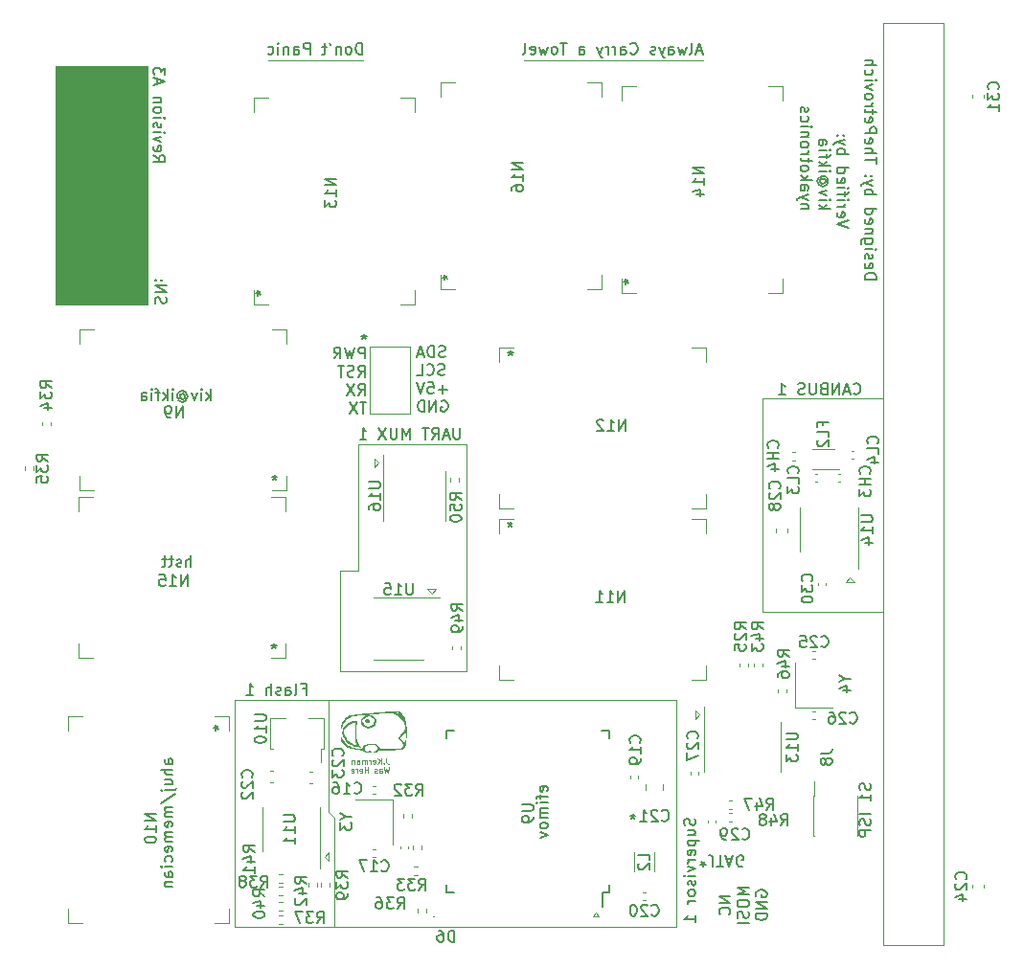
<source format=gbr>
%TF.GenerationSoftware,KiCad,Pcbnew,(6.0.0)*%
%TF.CreationDate,2022-01-28T18:17:18+09:00*%
%TF.ProjectId,ykts-payload,796b7473-2d70-4617-996c-6f61642e6b69,A3*%
%TF.SameCoordinates,Original*%
%TF.FileFunction,Legend,Bot*%
%TF.FilePolarity,Positive*%
%FSLAX46Y46*%
G04 Gerber Fmt 4.6, Leading zero omitted, Abs format (unit mm)*
G04 Created by KiCad (PCBNEW (6.0.0)) date 2022-01-28 18:17:18*
%MOMM*%
%LPD*%
G01*
G04 APERTURE LIST*
%ADD10C,0.120000*%
%ADD11C,0.150000*%
%ADD12C,0.125000*%
%ADD13C,0.100000*%
G04 APERTURE END LIST*
D10*
X113411000Y-142748000D02*
X113411000Y-143256000D01*
X121348500Y-137096500D02*
X121729500Y-136715500D01*
X128905000Y-97917000D02*
X128905000Y-91948000D01*
X170688000Y-144907000D02*
X172085000Y-144907000D01*
X133858000Y-100584000D02*
X124333000Y-100584000D01*
X125349000Y-97917000D02*
X128905000Y-97917000D01*
X176022000Y-144907000D02*
X176022000Y-63373000D01*
X124333000Y-111760000D02*
X122682000Y-111760000D01*
X154114500Y-124904500D02*
X154495500Y-124523500D01*
X145034000Y-142367000D02*
X145542000Y-142367000D01*
X167386000Y-112776000D02*
X168148000Y-112776000D01*
X122682000Y-111760000D02*
X122682000Y-119634000D01*
X131191000Y-113411000D02*
X130429000Y-113411000D01*
X170688000Y-143510000D02*
X170688000Y-144907000D01*
X125349000Y-91948000D02*
X125349000Y-97917000D01*
X122174000Y-143256000D02*
X113411000Y-143256000D01*
X116332000Y-66675000D02*
X124714000Y-66675000D01*
X154114500Y-124142500D02*
X154114500Y-124904500D01*
X126111000Y-102235000D02*
X125730000Y-101854000D01*
X124333000Y-100584000D02*
X124333000Y-111760000D01*
X133858000Y-120650000D02*
X133858000Y-100584000D01*
X172085000Y-144907000D02*
X176022000Y-144907000D01*
X167767000Y-112395000D02*
X167386000Y-112776000D01*
X97536000Y-67183000D02*
X105664000Y-67183000D01*
X105664000Y-67183000D02*
X105664000Y-88265000D01*
X105664000Y-88265000D02*
X97536000Y-88265000D01*
X97536000Y-88265000D02*
X97536000Y-67183000D01*
G36*
X97536000Y-67183000D02*
G01*
X105664000Y-67183000D01*
X105664000Y-88265000D01*
X97536000Y-88265000D01*
X97536000Y-67183000D01*
G37*
X122682000Y-120650000D02*
X122809000Y-120650000D01*
X122682000Y-119634000D02*
X122682000Y-120650000D01*
X176022000Y-63373000D02*
X170688000Y-63373000D01*
X121666000Y-123190000D02*
X113411000Y-123190000D01*
X138938000Y-66675000D02*
X154813000Y-66675000D01*
X121729500Y-137477500D02*
X121348500Y-137096500D01*
X128905000Y-91948000D02*
X125349000Y-91948000D01*
X170688000Y-115443000D02*
X160020000Y-115443000D01*
X160020000Y-115443000D02*
X160020000Y-96520000D01*
X160020000Y-96520000D02*
X170688000Y-96520000D01*
X170688000Y-96520000D02*
X170688000Y-115443000D01*
X154495500Y-124523500D02*
X154114500Y-124142500D01*
X168148000Y-112776000D02*
X167767000Y-112395000D01*
X121729500Y-136715500D02*
X121729500Y-137477500D01*
X126111000Y-102235000D02*
X125730000Y-102616000D01*
X122809000Y-120650000D02*
X133858000Y-120650000D01*
X125730000Y-102616000D02*
X125730000Y-101854000D01*
X145542000Y-142367000D02*
X145288000Y-141986000D01*
X145288000Y-141986000D02*
X145034000Y-142367000D01*
X130429000Y-113411000D02*
X130810000Y-113792000D01*
X113411000Y-123190000D02*
X113411000Y-142748000D01*
X152400000Y-143256000D02*
X122174000Y-143256000D01*
X122174000Y-143256000D02*
X122174000Y-133604000D01*
X122174000Y-133604000D02*
X121666000Y-133096000D01*
X121666000Y-133096000D02*
X121666000Y-123190000D01*
X121666000Y-123190000D02*
X152400000Y-123190000D01*
X152400000Y-123190000D02*
X152400000Y-143256000D01*
X170688000Y-63373000D02*
X170688000Y-143510000D01*
X130810000Y-113792000D02*
X131191000Y-113411000D01*
D11*
X133309761Y-99147380D02*
X133309761Y-99956904D01*
X133262142Y-100052142D01*
X133214523Y-100099761D01*
X133119285Y-100147380D01*
X132928809Y-100147380D01*
X132833571Y-100099761D01*
X132785952Y-100052142D01*
X132738333Y-99956904D01*
X132738333Y-99147380D01*
X132309761Y-99861666D02*
X131833571Y-99861666D01*
X132405000Y-100147380D02*
X132071666Y-99147380D01*
X131738333Y-100147380D01*
X130833571Y-100147380D02*
X131166904Y-99671190D01*
X131405000Y-100147380D02*
X131405000Y-99147380D01*
X131024047Y-99147380D01*
X130928809Y-99195000D01*
X130881190Y-99242619D01*
X130833571Y-99337857D01*
X130833571Y-99480714D01*
X130881190Y-99575952D01*
X130928809Y-99623571D01*
X131024047Y-99671190D01*
X131405000Y-99671190D01*
X130547857Y-99147380D02*
X129976428Y-99147380D01*
X130262142Y-100147380D02*
X130262142Y-99147380D01*
X128881190Y-100147380D02*
X128881190Y-99147380D01*
X128547857Y-99861666D01*
X128214523Y-99147380D01*
X128214523Y-100147380D01*
X127738333Y-99147380D02*
X127738333Y-99956904D01*
X127690714Y-100052142D01*
X127643095Y-100099761D01*
X127547857Y-100147380D01*
X127357380Y-100147380D01*
X127262142Y-100099761D01*
X127214523Y-100052142D01*
X127166904Y-99956904D01*
X127166904Y-99147380D01*
X126785952Y-99147380D02*
X126119285Y-100147380D01*
X126119285Y-99147380D02*
X126785952Y-100147380D01*
X124452619Y-100147380D02*
X125024047Y-100147380D01*
X124738333Y-100147380D02*
X124738333Y-99147380D01*
X124833571Y-99290238D01*
X124928809Y-99385476D01*
X125024047Y-99433095D01*
X106402238Y-88169619D02*
X106354619Y-88026761D01*
X106354619Y-87788666D01*
X106402238Y-87693428D01*
X106449857Y-87645809D01*
X106545095Y-87598190D01*
X106640333Y-87598190D01*
X106735571Y-87645809D01*
X106783190Y-87693428D01*
X106830809Y-87788666D01*
X106878428Y-87979142D01*
X106926047Y-88074380D01*
X106973666Y-88122000D01*
X107068904Y-88169619D01*
X107164142Y-88169619D01*
X107259380Y-88122000D01*
X107307000Y-88074380D01*
X107354619Y-87979142D01*
X107354619Y-87741047D01*
X107307000Y-87598190D01*
X106354619Y-87169619D02*
X107354619Y-87169619D01*
X106354619Y-86598190D01*
X107354619Y-86598190D01*
X106449857Y-86122000D02*
X106402238Y-86074380D01*
X106354619Y-86122000D01*
X106402238Y-86169619D01*
X106449857Y-86122000D01*
X106354619Y-86122000D01*
X106973666Y-86122000D02*
X106926047Y-86074380D01*
X106878428Y-86122000D01*
X106926047Y-86169619D01*
X106973666Y-86122000D01*
X106878428Y-86122000D01*
X107894380Y-128897714D02*
X107370571Y-128897714D01*
X107275333Y-128850095D01*
X107227714Y-128754857D01*
X107227714Y-128564380D01*
X107275333Y-128469142D01*
X107846761Y-128897714D02*
X107894380Y-128802476D01*
X107894380Y-128564380D01*
X107846761Y-128469142D01*
X107751523Y-128421523D01*
X107656285Y-128421523D01*
X107561047Y-128469142D01*
X107513428Y-128564380D01*
X107513428Y-128802476D01*
X107465809Y-128897714D01*
X107894380Y-129373904D02*
X106894380Y-129373904D01*
X107894380Y-129802476D02*
X107370571Y-129802476D01*
X107275333Y-129754857D01*
X107227714Y-129659619D01*
X107227714Y-129516761D01*
X107275333Y-129421523D01*
X107322952Y-129373904D01*
X107227714Y-130707238D02*
X107894380Y-130707238D01*
X107227714Y-130278666D02*
X107751523Y-130278666D01*
X107846761Y-130326285D01*
X107894380Y-130421523D01*
X107894380Y-130564380D01*
X107846761Y-130659619D01*
X107799142Y-130707238D01*
X107227714Y-131183428D02*
X108084857Y-131183428D01*
X108180095Y-131135809D01*
X108227714Y-131040571D01*
X108227714Y-130992952D01*
X106894380Y-131183428D02*
X106942000Y-131135809D01*
X106989619Y-131183428D01*
X106942000Y-131231047D01*
X106894380Y-131183428D01*
X106989619Y-131183428D01*
X106846761Y-132373904D02*
X108132476Y-131516761D01*
X107894380Y-132707238D02*
X107227714Y-132707238D01*
X107322952Y-132707238D02*
X107275333Y-132754857D01*
X107227714Y-132850095D01*
X107227714Y-132992952D01*
X107275333Y-133088190D01*
X107370571Y-133135809D01*
X107894380Y-133135809D01*
X107370571Y-133135809D02*
X107275333Y-133183428D01*
X107227714Y-133278666D01*
X107227714Y-133421523D01*
X107275333Y-133516761D01*
X107370571Y-133564380D01*
X107894380Y-133564380D01*
X107846761Y-134421523D02*
X107894380Y-134326285D01*
X107894380Y-134135809D01*
X107846761Y-134040571D01*
X107751523Y-133992952D01*
X107370571Y-133992952D01*
X107275333Y-134040571D01*
X107227714Y-134135809D01*
X107227714Y-134326285D01*
X107275333Y-134421523D01*
X107370571Y-134469142D01*
X107465809Y-134469142D01*
X107561047Y-133992952D01*
X107894380Y-134897714D02*
X107227714Y-134897714D01*
X107322952Y-134897714D02*
X107275333Y-134945333D01*
X107227714Y-135040571D01*
X107227714Y-135183428D01*
X107275333Y-135278666D01*
X107370571Y-135326285D01*
X107894380Y-135326285D01*
X107370571Y-135326285D02*
X107275333Y-135373904D01*
X107227714Y-135469142D01*
X107227714Y-135612000D01*
X107275333Y-135707238D01*
X107370571Y-135754857D01*
X107894380Y-135754857D01*
X107846761Y-136612000D02*
X107894380Y-136516761D01*
X107894380Y-136326285D01*
X107846761Y-136231047D01*
X107751523Y-136183428D01*
X107370571Y-136183428D01*
X107275333Y-136231047D01*
X107227714Y-136326285D01*
X107227714Y-136516761D01*
X107275333Y-136612000D01*
X107370571Y-136659619D01*
X107465809Y-136659619D01*
X107561047Y-136183428D01*
X107846761Y-137516761D02*
X107894380Y-137421523D01*
X107894380Y-137231047D01*
X107846761Y-137135809D01*
X107799142Y-137088190D01*
X107703904Y-137040571D01*
X107418190Y-137040571D01*
X107322952Y-137088190D01*
X107275333Y-137135809D01*
X107227714Y-137231047D01*
X107227714Y-137421523D01*
X107275333Y-137516761D01*
X107894380Y-137945333D02*
X107227714Y-137945333D01*
X106894380Y-137945333D02*
X106942000Y-137897714D01*
X106989619Y-137945333D01*
X106942000Y-137992952D01*
X106894380Y-137945333D01*
X106989619Y-137945333D01*
X107894380Y-138850095D02*
X107370571Y-138850095D01*
X107275333Y-138802476D01*
X107227714Y-138707238D01*
X107227714Y-138516761D01*
X107275333Y-138421523D01*
X107846761Y-138850095D02*
X107894380Y-138754857D01*
X107894380Y-138516761D01*
X107846761Y-138421523D01*
X107751523Y-138373904D01*
X107656285Y-138373904D01*
X107561047Y-138421523D01*
X107513428Y-138516761D01*
X107513428Y-138754857D01*
X107465809Y-138850095D01*
X107227714Y-139326285D02*
X107894380Y-139326285D01*
X107322952Y-139326285D02*
X107275333Y-139373904D01*
X107227714Y-139469142D01*
X107227714Y-139612000D01*
X107275333Y-139707238D01*
X107370571Y-139754857D01*
X107894380Y-139754857D01*
X132002547Y-92858761D02*
X131859690Y-92906380D01*
X131621595Y-92906380D01*
X131526357Y-92858761D01*
X131478738Y-92811142D01*
X131431119Y-92715904D01*
X131431119Y-92620666D01*
X131478738Y-92525428D01*
X131526357Y-92477809D01*
X131621595Y-92430190D01*
X131812071Y-92382571D01*
X131907309Y-92334952D01*
X131954928Y-92287333D01*
X132002547Y-92192095D01*
X132002547Y-92096857D01*
X131954928Y-92001619D01*
X131907309Y-91954000D01*
X131812071Y-91906380D01*
X131573976Y-91906380D01*
X131431119Y-91954000D01*
X131002547Y-92906380D02*
X131002547Y-91906380D01*
X130764452Y-91906380D01*
X130621595Y-91954000D01*
X130526357Y-92049238D01*
X130478738Y-92144476D01*
X130431119Y-92334952D01*
X130431119Y-92477809D01*
X130478738Y-92668285D01*
X130526357Y-92763523D01*
X130621595Y-92858761D01*
X130764452Y-92906380D01*
X131002547Y-92906380D01*
X130050166Y-92620666D02*
X129573976Y-92620666D01*
X130145404Y-92906380D02*
X129812071Y-91906380D01*
X129478738Y-92906380D01*
X131954928Y-94468761D02*
X131812071Y-94516380D01*
X131573976Y-94516380D01*
X131478738Y-94468761D01*
X131431119Y-94421142D01*
X131383500Y-94325904D01*
X131383500Y-94230666D01*
X131431119Y-94135428D01*
X131478738Y-94087809D01*
X131573976Y-94040190D01*
X131764452Y-93992571D01*
X131859690Y-93944952D01*
X131907309Y-93897333D01*
X131954928Y-93802095D01*
X131954928Y-93706857D01*
X131907309Y-93611619D01*
X131859690Y-93564000D01*
X131764452Y-93516380D01*
X131526357Y-93516380D01*
X131383500Y-93564000D01*
X130383500Y-94421142D02*
X130431119Y-94468761D01*
X130573976Y-94516380D01*
X130669214Y-94516380D01*
X130812071Y-94468761D01*
X130907309Y-94373523D01*
X130954928Y-94278285D01*
X131002547Y-94087809D01*
X131002547Y-93944952D01*
X130954928Y-93754476D01*
X130907309Y-93659238D01*
X130812071Y-93564000D01*
X130669214Y-93516380D01*
X130573976Y-93516380D01*
X130431119Y-93564000D01*
X130383500Y-93611619D01*
X129478738Y-94516380D02*
X129954928Y-94516380D01*
X129954928Y-93516380D01*
X132193023Y-95745428D02*
X131431119Y-95745428D01*
X131812071Y-96126380D02*
X131812071Y-95364476D01*
X130478738Y-95126380D02*
X130954928Y-95126380D01*
X131002547Y-95602571D01*
X130954928Y-95554952D01*
X130859690Y-95507333D01*
X130621595Y-95507333D01*
X130526357Y-95554952D01*
X130478738Y-95602571D01*
X130431119Y-95697809D01*
X130431119Y-95935904D01*
X130478738Y-96031142D01*
X130526357Y-96078761D01*
X130621595Y-96126380D01*
X130859690Y-96126380D01*
X130954928Y-96078761D01*
X131002547Y-96031142D01*
X130145404Y-95126380D02*
X129812071Y-96126380D01*
X129478738Y-95126380D01*
X131669214Y-96784000D02*
X131764452Y-96736380D01*
X131907309Y-96736380D01*
X132050166Y-96784000D01*
X132145404Y-96879238D01*
X132193023Y-96974476D01*
X132240642Y-97164952D01*
X132240642Y-97307809D01*
X132193023Y-97498285D01*
X132145404Y-97593523D01*
X132050166Y-97688761D01*
X131907309Y-97736380D01*
X131812071Y-97736380D01*
X131669214Y-97688761D01*
X131621595Y-97641142D01*
X131621595Y-97307809D01*
X131812071Y-97307809D01*
X131193023Y-97736380D02*
X131193023Y-96736380D01*
X130621595Y-97736380D01*
X130621595Y-96736380D01*
X130145404Y-97736380D02*
X130145404Y-96736380D01*
X129907309Y-96736380D01*
X129764452Y-96784000D01*
X129669214Y-96879238D01*
X129621595Y-96974476D01*
X129573976Y-97164952D01*
X129573976Y-97307809D01*
X129621595Y-97498285D01*
X129669214Y-97593523D01*
X129764452Y-97688761D01*
X129907309Y-97736380D01*
X130145404Y-97736380D01*
X111251619Y-96718380D02*
X111251619Y-95718380D01*
X111156380Y-96337428D02*
X110870666Y-96718380D01*
X110870666Y-96051714D02*
X111251619Y-96432666D01*
X110442095Y-96718380D02*
X110442095Y-96051714D01*
X110442095Y-95718380D02*
X110489714Y-95766000D01*
X110442095Y-95813619D01*
X110394476Y-95766000D01*
X110442095Y-95718380D01*
X110442095Y-95813619D01*
X110061142Y-96051714D02*
X109823047Y-96718380D01*
X109584952Y-96051714D01*
X108584952Y-96242190D02*
X108632571Y-96194571D01*
X108727809Y-96146952D01*
X108823047Y-96146952D01*
X108918285Y-96194571D01*
X108965904Y-96242190D01*
X109013523Y-96337428D01*
X109013523Y-96432666D01*
X108965904Y-96527904D01*
X108918285Y-96575523D01*
X108823047Y-96623142D01*
X108727809Y-96623142D01*
X108632571Y-96575523D01*
X108584952Y-96527904D01*
X108584952Y-96146952D02*
X108584952Y-96527904D01*
X108537333Y-96575523D01*
X108489714Y-96575523D01*
X108394476Y-96527904D01*
X108346857Y-96432666D01*
X108346857Y-96194571D01*
X108442095Y-96051714D01*
X108584952Y-95956476D01*
X108775428Y-95908857D01*
X108965904Y-95956476D01*
X109108761Y-96051714D01*
X109204000Y-96194571D01*
X109251619Y-96385047D01*
X109204000Y-96575523D01*
X109108761Y-96718380D01*
X108965904Y-96813619D01*
X108775428Y-96861238D01*
X108584952Y-96813619D01*
X108442095Y-96718380D01*
X107918285Y-96718380D02*
X107918285Y-96051714D01*
X107918285Y-95718380D02*
X107965904Y-95766000D01*
X107918285Y-95813619D01*
X107870666Y-95766000D01*
X107918285Y-95718380D01*
X107918285Y-95813619D01*
X107442095Y-96718380D02*
X107442095Y-95718380D01*
X107346857Y-96337428D02*
X107061142Y-96718380D01*
X107061142Y-96051714D02*
X107442095Y-96432666D01*
X106775428Y-96051714D02*
X106394476Y-96051714D01*
X106632571Y-96718380D02*
X106632571Y-95861238D01*
X106584952Y-95766000D01*
X106489714Y-95718380D01*
X106394476Y-95718380D01*
X106061142Y-96718380D02*
X106061142Y-96051714D01*
X106061142Y-95718380D02*
X106108761Y-95766000D01*
X106061142Y-95813619D01*
X106013523Y-95766000D01*
X106061142Y-95718380D01*
X106061142Y-95813619D01*
X105156380Y-96718380D02*
X105156380Y-96194571D01*
X105204000Y-96099333D01*
X105299238Y-96051714D01*
X105489714Y-96051714D01*
X105584952Y-96099333D01*
X105156380Y-96670761D02*
X105251619Y-96718380D01*
X105489714Y-96718380D01*
X105584952Y-96670761D01*
X105632571Y-96575523D01*
X105632571Y-96480285D01*
X105584952Y-96385047D01*
X105489714Y-96337428D01*
X105251619Y-96337428D01*
X105156380Y-96289809D01*
X167638619Y-81468261D02*
X166638619Y-81134928D01*
X167638619Y-80801595D01*
X166686238Y-80087309D02*
X166638619Y-80182547D01*
X166638619Y-80373023D01*
X166686238Y-80468261D01*
X166781476Y-80515880D01*
X167162428Y-80515880D01*
X167257666Y-80468261D01*
X167305285Y-80373023D01*
X167305285Y-80182547D01*
X167257666Y-80087309D01*
X167162428Y-80039690D01*
X167067190Y-80039690D01*
X166971952Y-80515880D01*
X166638619Y-79611119D02*
X167305285Y-79611119D01*
X167114809Y-79611119D02*
X167210047Y-79563500D01*
X167257666Y-79515880D01*
X167305285Y-79420642D01*
X167305285Y-79325404D01*
X166638619Y-78992071D02*
X167305285Y-78992071D01*
X167638619Y-78992071D02*
X167591000Y-79039690D01*
X167543380Y-78992071D01*
X167591000Y-78944452D01*
X167638619Y-78992071D01*
X167543380Y-78992071D01*
X167305285Y-78658738D02*
X167305285Y-78277785D01*
X166638619Y-78515880D02*
X167495761Y-78515880D01*
X167591000Y-78468261D01*
X167638619Y-78373023D01*
X167638619Y-78277785D01*
X166638619Y-77944452D02*
X167305285Y-77944452D01*
X167638619Y-77944452D02*
X167591000Y-77992071D01*
X167543380Y-77944452D01*
X167591000Y-77896833D01*
X167638619Y-77944452D01*
X167543380Y-77944452D01*
X166686238Y-77087309D02*
X166638619Y-77182547D01*
X166638619Y-77373023D01*
X166686238Y-77468261D01*
X166781476Y-77515880D01*
X167162428Y-77515880D01*
X167257666Y-77468261D01*
X167305285Y-77373023D01*
X167305285Y-77182547D01*
X167257666Y-77087309D01*
X167162428Y-77039690D01*
X167067190Y-77039690D01*
X166971952Y-77515880D01*
X166638619Y-76182547D02*
X167638619Y-76182547D01*
X166686238Y-76182547D02*
X166638619Y-76277785D01*
X166638619Y-76468261D01*
X166686238Y-76563500D01*
X166733857Y-76611119D01*
X166829095Y-76658738D01*
X167114809Y-76658738D01*
X167210047Y-76611119D01*
X167257666Y-76563500D01*
X167305285Y-76468261D01*
X167305285Y-76277785D01*
X167257666Y-76182547D01*
X166638619Y-74944452D02*
X167638619Y-74944452D01*
X167257666Y-74944452D02*
X167305285Y-74849214D01*
X167305285Y-74658738D01*
X167257666Y-74563500D01*
X167210047Y-74515880D01*
X167114809Y-74468261D01*
X166829095Y-74468261D01*
X166733857Y-74515880D01*
X166686238Y-74563500D01*
X166638619Y-74658738D01*
X166638619Y-74849214D01*
X166686238Y-74944452D01*
X167305285Y-74134928D02*
X166638619Y-73896833D01*
X167305285Y-73658738D02*
X166638619Y-73896833D01*
X166400523Y-73992071D01*
X166352904Y-74039690D01*
X166305285Y-74134928D01*
X166733857Y-73277785D02*
X166686238Y-73230166D01*
X166638619Y-73277785D01*
X166686238Y-73325404D01*
X166733857Y-73277785D01*
X166638619Y-73277785D01*
X167257666Y-73277785D02*
X167210047Y-73230166D01*
X167162428Y-73277785D01*
X167210047Y-73325404D01*
X167257666Y-73277785D01*
X167162428Y-73277785D01*
X165028619Y-79801595D02*
X166028619Y-79801595D01*
X165409571Y-79706357D02*
X165028619Y-79420642D01*
X165695285Y-79420642D02*
X165314333Y-79801595D01*
X165028619Y-78992071D02*
X165695285Y-78992071D01*
X166028619Y-78992071D02*
X165981000Y-79039690D01*
X165933380Y-78992071D01*
X165981000Y-78944452D01*
X166028619Y-78992071D01*
X165933380Y-78992071D01*
X165695285Y-78611119D02*
X165028619Y-78373023D01*
X165695285Y-78134928D01*
X165504809Y-77134928D02*
X165552428Y-77182547D01*
X165600047Y-77277785D01*
X165600047Y-77373023D01*
X165552428Y-77468261D01*
X165504809Y-77515880D01*
X165409571Y-77563500D01*
X165314333Y-77563500D01*
X165219095Y-77515880D01*
X165171476Y-77468261D01*
X165123857Y-77373023D01*
X165123857Y-77277785D01*
X165171476Y-77182547D01*
X165219095Y-77134928D01*
X165600047Y-77134928D02*
X165219095Y-77134928D01*
X165171476Y-77087309D01*
X165171476Y-77039690D01*
X165219095Y-76944452D01*
X165314333Y-76896833D01*
X165552428Y-76896833D01*
X165695285Y-76992071D01*
X165790523Y-77134928D01*
X165838142Y-77325404D01*
X165790523Y-77515880D01*
X165695285Y-77658738D01*
X165552428Y-77753976D01*
X165361952Y-77801595D01*
X165171476Y-77753976D01*
X165028619Y-77658738D01*
X164933380Y-77515880D01*
X164885761Y-77325404D01*
X164933380Y-77134928D01*
X165028619Y-76992071D01*
X165028619Y-76468261D02*
X165695285Y-76468261D01*
X166028619Y-76468261D02*
X165981000Y-76515880D01*
X165933380Y-76468261D01*
X165981000Y-76420642D01*
X166028619Y-76468261D01*
X165933380Y-76468261D01*
X165028619Y-75992071D02*
X166028619Y-75992071D01*
X165409571Y-75896833D02*
X165028619Y-75611119D01*
X165695285Y-75611119D02*
X165314333Y-75992071D01*
X165695285Y-75325404D02*
X165695285Y-74944452D01*
X165028619Y-75182547D02*
X165885761Y-75182547D01*
X165981000Y-75134928D01*
X166028619Y-75039690D01*
X166028619Y-74944452D01*
X165028619Y-74611119D02*
X165695285Y-74611119D01*
X166028619Y-74611119D02*
X165981000Y-74658738D01*
X165933380Y-74611119D01*
X165981000Y-74563500D01*
X166028619Y-74611119D01*
X165933380Y-74611119D01*
X165028619Y-73706357D02*
X165552428Y-73706357D01*
X165647666Y-73753976D01*
X165695285Y-73849214D01*
X165695285Y-74039690D01*
X165647666Y-74134928D01*
X165076238Y-73706357D02*
X165028619Y-73801595D01*
X165028619Y-74039690D01*
X165076238Y-74134928D01*
X165171476Y-74182547D01*
X165266714Y-74182547D01*
X165361952Y-74134928D01*
X165409571Y-74039690D01*
X165409571Y-73801595D01*
X165457190Y-73706357D01*
X164085285Y-79801595D02*
X163418619Y-79801595D01*
X163990047Y-79801595D02*
X164037666Y-79753976D01*
X164085285Y-79658738D01*
X164085285Y-79515880D01*
X164037666Y-79420642D01*
X163942428Y-79373023D01*
X163418619Y-79373023D01*
X164085285Y-78992071D02*
X163418619Y-78753976D01*
X164085285Y-78515880D02*
X163418619Y-78753976D01*
X163180523Y-78849214D01*
X163132904Y-78896833D01*
X163085285Y-78992071D01*
X163418619Y-77706357D02*
X163942428Y-77706357D01*
X164037666Y-77753976D01*
X164085285Y-77849214D01*
X164085285Y-78039690D01*
X164037666Y-78134928D01*
X163466238Y-77706357D02*
X163418619Y-77801595D01*
X163418619Y-78039690D01*
X163466238Y-78134928D01*
X163561476Y-78182547D01*
X163656714Y-78182547D01*
X163751952Y-78134928D01*
X163799571Y-78039690D01*
X163799571Y-77801595D01*
X163847190Y-77706357D01*
X163418619Y-77230166D02*
X164418619Y-77230166D01*
X163799571Y-77134928D02*
X163418619Y-76849214D01*
X164085285Y-76849214D02*
X163704333Y-77230166D01*
X163418619Y-76277785D02*
X163466238Y-76373023D01*
X163513857Y-76420642D01*
X163609095Y-76468261D01*
X163894809Y-76468261D01*
X163990047Y-76420642D01*
X164037666Y-76373023D01*
X164085285Y-76277785D01*
X164085285Y-76134928D01*
X164037666Y-76039690D01*
X163990047Y-75992071D01*
X163894809Y-75944452D01*
X163609095Y-75944452D01*
X163513857Y-75992071D01*
X163466238Y-76039690D01*
X163418619Y-76134928D01*
X163418619Y-76277785D01*
X164085285Y-75658738D02*
X164085285Y-75277785D01*
X164418619Y-75515880D02*
X163561476Y-75515880D01*
X163466238Y-75468261D01*
X163418619Y-75373023D01*
X163418619Y-75277785D01*
X163418619Y-74944452D02*
X164085285Y-74944452D01*
X163894809Y-74944452D02*
X163990047Y-74896833D01*
X164037666Y-74849214D01*
X164085285Y-74753976D01*
X164085285Y-74658738D01*
X163418619Y-74182547D02*
X163466238Y-74277785D01*
X163513857Y-74325404D01*
X163609095Y-74373023D01*
X163894809Y-74373023D01*
X163990047Y-74325404D01*
X164037666Y-74277785D01*
X164085285Y-74182547D01*
X164085285Y-74039690D01*
X164037666Y-73944452D01*
X163990047Y-73896833D01*
X163894809Y-73849214D01*
X163609095Y-73849214D01*
X163513857Y-73896833D01*
X163466238Y-73944452D01*
X163418619Y-74039690D01*
X163418619Y-74182547D01*
X164085285Y-73420642D02*
X163418619Y-73420642D01*
X163990047Y-73420642D02*
X164037666Y-73373023D01*
X164085285Y-73277785D01*
X164085285Y-73134928D01*
X164037666Y-73039690D01*
X163942428Y-72992071D01*
X163418619Y-72992071D01*
X163418619Y-72515880D02*
X164085285Y-72515880D01*
X164418619Y-72515880D02*
X164371000Y-72563500D01*
X164323380Y-72515880D01*
X164371000Y-72468261D01*
X164418619Y-72515880D01*
X164323380Y-72515880D01*
X163466238Y-71611119D02*
X163418619Y-71706357D01*
X163418619Y-71896833D01*
X163466238Y-71992071D01*
X163513857Y-72039690D01*
X163609095Y-72087309D01*
X163894809Y-72087309D01*
X163990047Y-72039690D01*
X164037666Y-71992071D01*
X164085285Y-71896833D01*
X164085285Y-71706357D01*
X164037666Y-71611119D01*
X163466238Y-71230166D02*
X163418619Y-71134928D01*
X163418619Y-70944452D01*
X163466238Y-70849214D01*
X163561476Y-70801595D01*
X163609095Y-70801595D01*
X163704333Y-70849214D01*
X163751952Y-70944452D01*
X163751952Y-71087309D01*
X163799571Y-71182547D01*
X163894809Y-71230166D01*
X163942428Y-71230166D01*
X164037666Y-71182547D01*
X164085285Y-71087309D01*
X164085285Y-70944452D01*
X164037666Y-70849214D01*
X124886404Y-93033380D02*
X124886404Y-92033380D01*
X124505452Y-92033380D01*
X124410214Y-92081000D01*
X124362595Y-92128619D01*
X124314976Y-92223857D01*
X124314976Y-92366714D01*
X124362595Y-92461952D01*
X124410214Y-92509571D01*
X124505452Y-92557190D01*
X124886404Y-92557190D01*
X123981642Y-92033380D02*
X123743547Y-93033380D01*
X123553071Y-92319095D01*
X123362595Y-93033380D01*
X123124500Y-92033380D01*
X122172119Y-93033380D02*
X122505452Y-92557190D01*
X122743547Y-93033380D02*
X122743547Y-92033380D01*
X122362595Y-92033380D01*
X122267357Y-92081000D01*
X122219738Y-92128619D01*
X122172119Y-92223857D01*
X122172119Y-92366714D01*
X122219738Y-92461952D01*
X122267357Y-92509571D01*
X122362595Y-92557190D01*
X122743547Y-92557190D01*
X124314976Y-94643380D02*
X124648309Y-94167190D01*
X124886404Y-94643380D02*
X124886404Y-93643380D01*
X124505452Y-93643380D01*
X124410214Y-93691000D01*
X124362595Y-93738619D01*
X124314976Y-93833857D01*
X124314976Y-93976714D01*
X124362595Y-94071952D01*
X124410214Y-94119571D01*
X124505452Y-94167190D01*
X124886404Y-94167190D01*
X123934023Y-94595761D02*
X123791166Y-94643380D01*
X123553071Y-94643380D01*
X123457833Y-94595761D01*
X123410214Y-94548142D01*
X123362595Y-94452904D01*
X123362595Y-94357666D01*
X123410214Y-94262428D01*
X123457833Y-94214809D01*
X123553071Y-94167190D01*
X123743547Y-94119571D01*
X123838785Y-94071952D01*
X123886404Y-94024333D01*
X123934023Y-93929095D01*
X123934023Y-93833857D01*
X123886404Y-93738619D01*
X123838785Y-93691000D01*
X123743547Y-93643380D01*
X123505452Y-93643380D01*
X123362595Y-93691000D01*
X123076880Y-93643380D02*
X122505452Y-93643380D01*
X122791166Y-94643380D02*
X122791166Y-93643380D01*
X124314976Y-96253380D02*
X124648309Y-95777190D01*
X124886404Y-96253380D02*
X124886404Y-95253380D01*
X124505452Y-95253380D01*
X124410214Y-95301000D01*
X124362595Y-95348619D01*
X124314976Y-95443857D01*
X124314976Y-95586714D01*
X124362595Y-95681952D01*
X124410214Y-95729571D01*
X124505452Y-95777190D01*
X124886404Y-95777190D01*
X123981642Y-95253380D02*
X123314976Y-96253380D01*
X123314976Y-95253380D02*
X123981642Y-96253380D01*
X125029261Y-96863380D02*
X124457833Y-96863380D01*
X124743547Y-97863380D02*
X124743547Y-96863380D01*
X124219738Y-96863380D02*
X123553071Y-97863380D01*
X123553071Y-96863380D02*
X124219738Y-97863380D01*
X154669142Y-65825666D02*
X154192952Y-65825666D01*
X154764380Y-66111380D02*
X154431047Y-65111380D01*
X154097714Y-66111380D01*
X153621523Y-66111380D02*
X153716761Y-66063761D01*
X153764380Y-65968523D01*
X153764380Y-65111380D01*
X153335809Y-65444714D02*
X153145333Y-66111380D01*
X152954857Y-65635190D01*
X152764380Y-66111380D01*
X152573904Y-65444714D01*
X151764380Y-66111380D02*
X151764380Y-65587571D01*
X151812000Y-65492333D01*
X151907238Y-65444714D01*
X152097714Y-65444714D01*
X152192952Y-65492333D01*
X151764380Y-66063761D02*
X151859619Y-66111380D01*
X152097714Y-66111380D01*
X152192952Y-66063761D01*
X152240571Y-65968523D01*
X152240571Y-65873285D01*
X152192952Y-65778047D01*
X152097714Y-65730428D01*
X151859619Y-65730428D01*
X151764380Y-65682809D01*
X151383428Y-65444714D02*
X151145333Y-66111380D01*
X150907238Y-65444714D02*
X151145333Y-66111380D01*
X151240571Y-66349476D01*
X151288190Y-66397095D01*
X151383428Y-66444714D01*
X150573904Y-66063761D02*
X150478666Y-66111380D01*
X150288190Y-66111380D01*
X150192952Y-66063761D01*
X150145333Y-65968523D01*
X150145333Y-65920904D01*
X150192952Y-65825666D01*
X150288190Y-65778047D01*
X150431047Y-65778047D01*
X150526285Y-65730428D01*
X150573904Y-65635190D01*
X150573904Y-65587571D01*
X150526285Y-65492333D01*
X150431047Y-65444714D01*
X150288190Y-65444714D01*
X150192952Y-65492333D01*
X148383428Y-66016142D02*
X148431047Y-66063761D01*
X148573904Y-66111380D01*
X148669142Y-66111380D01*
X148812000Y-66063761D01*
X148907238Y-65968523D01*
X148954857Y-65873285D01*
X149002476Y-65682809D01*
X149002476Y-65539952D01*
X148954857Y-65349476D01*
X148907238Y-65254238D01*
X148812000Y-65159000D01*
X148669142Y-65111380D01*
X148573904Y-65111380D01*
X148431047Y-65159000D01*
X148383428Y-65206619D01*
X147526285Y-66111380D02*
X147526285Y-65587571D01*
X147573904Y-65492333D01*
X147669142Y-65444714D01*
X147859619Y-65444714D01*
X147954857Y-65492333D01*
X147526285Y-66063761D02*
X147621523Y-66111380D01*
X147859619Y-66111380D01*
X147954857Y-66063761D01*
X148002476Y-65968523D01*
X148002476Y-65873285D01*
X147954857Y-65778047D01*
X147859619Y-65730428D01*
X147621523Y-65730428D01*
X147526285Y-65682809D01*
X147050095Y-66111380D02*
X147050095Y-65444714D01*
X147050095Y-65635190D02*
X147002476Y-65539952D01*
X146954857Y-65492333D01*
X146859619Y-65444714D01*
X146764380Y-65444714D01*
X146431047Y-66111380D02*
X146431047Y-65444714D01*
X146431047Y-65635190D02*
X146383428Y-65539952D01*
X146335809Y-65492333D01*
X146240571Y-65444714D01*
X146145333Y-65444714D01*
X145907238Y-65444714D02*
X145669142Y-66111380D01*
X145431047Y-65444714D02*
X145669142Y-66111380D01*
X145764380Y-66349476D01*
X145812000Y-66397095D01*
X145907238Y-66444714D01*
X143859619Y-66111380D02*
X143859619Y-65587571D01*
X143907238Y-65492333D01*
X144002476Y-65444714D01*
X144192952Y-65444714D01*
X144288190Y-65492333D01*
X143859619Y-66063761D02*
X143954857Y-66111380D01*
X144192952Y-66111380D01*
X144288190Y-66063761D01*
X144335809Y-65968523D01*
X144335809Y-65873285D01*
X144288190Y-65778047D01*
X144192952Y-65730428D01*
X143954857Y-65730428D01*
X143859619Y-65682809D01*
X142764380Y-65111380D02*
X142192952Y-65111380D01*
X142478666Y-66111380D02*
X142478666Y-65111380D01*
X141716761Y-66111380D02*
X141812000Y-66063761D01*
X141859619Y-66016142D01*
X141907238Y-65920904D01*
X141907238Y-65635190D01*
X141859619Y-65539952D01*
X141812000Y-65492333D01*
X141716761Y-65444714D01*
X141573904Y-65444714D01*
X141478666Y-65492333D01*
X141431047Y-65539952D01*
X141383428Y-65635190D01*
X141383428Y-65920904D01*
X141431047Y-66016142D01*
X141478666Y-66063761D01*
X141573904Y-66111380D01*
X141716761Y-66111380D01*
X141050095Y-65444714D02*
X140859619Y-66111380D01*
X140669142Y-65635190D01*
X140478666Y-66111380D01*
X140288190Y-65444714D01*
X139526285Y-66063761D02*
X139621523Y-66111380D01*
X139812000Y-66111380D01*
X139907238Y-66063761D01*
X139954857Y-65968523D01*
X139954857Y-65587571D01*
X139907238Y-65492333D01*
X139812000Y-65444714D01*
X139621523Y-65444714D01*
X139526285Y-65492333D01*
X139478666Y-65587571D01*
X139478666Y-65682809D01*
X139954857Y-65778047D01*
X138907238Y-66111380D02*
X139002476Y-66063761D01*
X139050095Y-65968523D01*
X139050095Y-65111380D01*
X106227619Y-75072428D02*
X106703809Y-75405761D01*
X106227619Y-75643857D02*
X107227619Y-75643857D01*
X107227619Y-75262904D01*
X107180000Y-75167666D01*
X107132380Y-75120047D01*
X107037142Y-75072428D01*
X106894285Y-75072428D01*
X106799047Y-75120047D01*
X106751428Y-75167666D01*
X106703809Y-75262904D01*
X106703809Y-75643857D01*
X106275238Y-74262904D02*
X106227619Y-74358142D01*
X106227619Y-74548619D01*
X106275238Y-74643857D01*
X106370476Y-74691476D01*
X106751428Y-74691476D01*
X106846666Y-74643857D01*
X106894285Y-74548619D01*
X106894285Y-74358142D01*
X106846666Y-74262904D01*
X106751428Y-74215285D01*
X106656190Y-74215285D01*
X106560952Y-74691476D01*
X106894285Y-73881952D02*
X106227619Y-73643857D01*
X106894285Y-73405761D01*
X106227619Y-73024809D02*
X106894285Y-73024809D01*
X107227619Y-73024809D02*
X107180000Y-73072428D01*
X107132380Y-73024809D01*
X107180000Y-72977190D01*
X107227619Y-73024809D01*
X107132380Y-73024809D01*
X106275238Y-72596238D02*
X106227619Y-72501000D01*
X106227619Y-72310523D01*
X106275238Y-72215285D01*
X106370476Y-72167666D01*
X106418095Y-72167666D01*
X106513333Y-72215285D01*
X106560952Y-72310523D01*
X106560952Y-72453380D01*
X106608571Y-72548619D01*
X106703809Y-72596238D01*
X106751428Y-72596238D01*
X106846666Y-72548619D01*
X106894285Y-72453380D01*
X106894285Y-72310523D01*
X106846666Y-72215285D01*
X106227619Y-71739095D02*
X106894285Y-71739095D01*
X107227619Y-71739095D02*
X107180000Y-71786714D01*
X107132380Y-71739095D01*
X107180000Y-71691476D01*
X107227619Y-71739095D01*
X107132380Y-71739095D01*
X106227619Y-71120047D02*
X106275238Y-71215285D01*
X106322857Y-71262904D01*
X106418095Y-71310523D01*
X106703809Y-71310523D01*
X106799047Y-71262904D01*
X106846666Y-71215285D01*
X106894285Y-71120047D01*
X106894285Y-70977190D01*
X106846666Y-70881952D01*
X106799047Y-70834333D01*
X106703809Y-70786714D01*
X106418095Y-70786714D01*
X106322857Y-70834333D01*
X106275238Y-70881952D01*
X106227619Y-70977190D01*
X106227619Y-71120047D01*
X106894285Y-70358142D02*
X106227619Y-70358142D01*
X106799047Y-70358142D02*
X106846666Y-70310523D01*
X106894285Y-70215285D01*
X106894285Y-70072428D01*
X106846666Y-69977190D01*
X106751428Y-69929571D01*
X106227619Y-69929571D01*
X106513333Y-68739095D02*
X106513333Y-68262904D01*
X106227619Y-68834333D02*
X107227619Y-68501000D01*
X106227619Y-68167666D01*
X107227619Y-67929571D02*
X107227619Y-67310523D01*
X106846666Y-67643857D01*
X106846666Y-67501000D01*
X106799047Y-67405761D01*
X106751428Y-67358142D01*
X106656190Y-67310523D01*
X106418095Y-67310523D01*
X106322857Y-67358142D01*
X106275238Y-67405761D01*
X106227619Y-67501000D01*
X106227619Y-67786714D01*
X106275238Y-67881952D01*
X106322857Y-67929571D01*
X169568761Y-130611857D02*
X169616380Y-130754714D01*
X169616380Y-130992809D01*
X169568761Y-131088047D01*
X169521142Y-131135666D01*
X169425904Y-131183285D01*
X169330666Y-131183285D01*
X169235428Y-131135666D01*
X169187809Y-131088047D01*
X169140190Y-130992809D01*
X169092571Y-130802333D01*
X169044952Y-130707095D01*
X168997333Y-130659476D01*
X168902095Y-130611857D01*
X168806857Y-130611857D01*
X168711619Y-130659476D01*
X168664000Y-130707095D01*
X168616380Y-130802333D01*
X168616380Y-131040428D01*
X168664000Y-131183285D01*
X169616380Y-132135666D02*
X169616380Y-131564238D01*
X169616380Y-131849952D02*
X168616380Y-131849952D01*
X168759238Y-131754714D01*
X168854476Y-131659476D01*
X168902095Y-131564238D01*
X169616380Y-133326142D02*
X168616380Y-133326142D01*
X169568761Y-133754714D02*
X169616380Y-133897571D01*
X169616380Y-134135666D01*
X169568761Y-134230904D01*
X169521142Y-134278523D01*
X169425904Y-134326142D01*
X169330666Y-134326142D01*
X169235428Y-134278523D01*
X169187809Y-134230904D01*
X169140190Y-134135666D01*
X169092571Y-133945190D01*
X169044952Y-133849952D01*
X168997333Y-133802333D01*
X168902095Y-133754714D01*
X168806857Y-133754714D01*
X168711619Y-133802333D01*
X168664000Y-133849952D01*
X168616380Y-133945190D01*
X168616380Y-134183285D01*
X168664000Y-134326142D01*
X169616380Y-134754714D02*
X168616380Y-134754714D01*
X168616380Y-135135666D01*
X168664000Y-135230904D01*
X168711619Y-135278523D01*
X168806857Y-135326142D01*
X168949714Y-135326142D01*
X169044952Y-135278523D01*
X169092571Y-135230904D01*
X169140190Y-135135666D01*
X169140190Y-134754714D01*
X109521476Y-111450380D02*
X109521476Y-110450380D01*
X109092904Y-111450380D02*
X109092904Y-110926571D01*
X109140523Y-110831333D01*
X109235761Y-110783714D01*
X109378619Y-110783714D01*
X109473857Y-110831333D01*
X109521476Y-110878952D01*
X108664333Y-111402761D02*
X108569095Y-111450380D01*
X108378619Y-111450380D01*
X108283380Y-111402761D01*
X108235761Y-111307523D01*
X108235761Y-111259904D01*
X108283380Y-111164666D01*
X108378619Y-111117047D01*
X108521476Y-111117047D01*
X108616714Y-111069428D01*
X108664333Y-110974190D01*
X108664333Y-110926571D01*
X108616714Y-110831333D01*
X108521476Y-110783714D01*
X108378619Y-110783714D01*
X108283380Y-110831333D01*
X107950047Y-110783714D02*
X107569095Y-110783714D01*
X107807190Y-110450380D02*
X107807190Y-111307523D01*
X107759571Y-111402761D01*
X107664333Y-111450380D01*
X107569095Y-111450380D01*
X107378619Y-110783714D02*
X106997666Y-110783714D01*
X107235761Y-110450380D02*
X107235761Y-111307523D01*
X107188142Y-111402761D01*
X107092904Y-111450380D01*
X106997666Y-111450380D01*
X140993761Y-131262666D02*
X141041380Y-131167428D01*
X141041380Y-130976952D01*
X140993761Y-130881714D01*
X140898523Y-130834095D01*
X140517571Y-130834095D01*
X140422333Y-130881714D01*
X140374714Y-130976952D01*
X140374714Y-131167428D01*
X140422333Y-131262666D01*
X140517571Y-131310285D01*
X140612809Y-131310285D01*
X140708047Y-130834095D01*
X140374714Y-131596000D02*
X140374714Y-131976952D01*
X141041380Y-131738857D02*
X140184238Y-131738857D01*
X140089000Y-131786476D01*
X140041380Y-131881714D01*
X140041380Y-131976952D01*
X141041380Y-132310285D02*
X140374714Y-132310285D01*
X140041380Y-132310285D02*
X140089000Y-132262666D01*
X140136619Y-132310285D01*
X140089000Y-132357904D01*
X140041380Y-132310285D01*
X140136619Y-132310285D01*
X141041380Y-132786476D02*
X140374714Y-132786476D01*
X140469952Y-132786476D02*
X140422333Y-132834095D01*
X140374714Y-132929333D01*
X140374714Y-133072190D01*
X140422333Y-133167428D01*
X140517571Y-133215047D01*
X141041380Y-133215047D01*
X140517571Y-133215047D02*
X140422333Y-133262666D01*
X140374714Y-133357904D01*
X140374714Y-133500761D01*
X140422333Y-133596000D01*
X140517571Y-133643619D01*
X141041380Y-133643619D01*
X141041380Y-134262666D02*
X140993761Y-134167428D01*
X140946142Y-134119809D01*
X140850904Y-134072190D01*
X140565190Y-134072190D01*
X140469952Y-134119809D01*
X140422333Y-134167428D01*
X140374714Y-134262666D01*
X140374714Y-134405523D01*
X140422333Y-134500761D01*
X140469952Y-134548380D01*
X140565190Y-134596000D01*
X140850904Y-134596000D01*
X140946142Y-134548380D01*
X140993761Y-134500761D01*
X141041380Y-134405523D01*
X141041380Y-134262666D01*
X140374714Y-134929333D02*
X141041380Y-135167428D01*
X140374714Y-135405523D01*
X154773523Y-137961619D02*
X154773523Y-137723523D01*
X154535428Y-137818761D02*
X154773523Y-137723523D01*
X155011619Y-137818761D01*
X154630666Y-137533047D02*
X154773523Y-137723523D01*
X154916380Y-137533047D01*
X155678285Y-137961619D02*
X155678285Y-137247333D01*
X155630666Y-137104476D01*
X155535428Y-137009238D01*
X155392571Y-136961619D01*
X155297333Y-136961619D01*
X156011619Y-137961619D02*
X156583047Y-137961619D01*
X156297333Y-136961619D02*
X156297333Y-137961619D01*
X156868761Y-137247333D02*
X157344952Y-137247333D01*
X156773523Y-136961619D02*
X157106857Y-137961619D01*
X157440190Y-136961619D01*
X158297333Y-137914000D02*
X158202095Y-137961619D01*
X158059238Y-137961619D01*
X157916380Y-137914000D01*
X157821142Y-137818761D01*
X157773523Y-137723523D01*
X157725904Y-137533047D01*
X157725904Y-137390190D01*
X157773523Y-137199714D01*
X157821142Y-137104476D01*
X157916380Y-137009238D01*
X158059238Y-136961619D01*
X158154476Y-136961619D01*
X158297333Y-137009238D01*
X158344952Y-137056857D01*
X158344952Y-137390190D01*
X158154476Y-137390190D01*
D12*
X126801380Y-128355690D02*
X126801380Y-128712833D01*
X126825190Y-128784261D01*
X126872809Y-128831880D01*
X126944238Y-128855690D01*
X126991857Y-128855690D01*
X126563285Y-128808071D02*
X126539476Y-128831880D01*
X126563285Y-128855690D01*
X126587095Y-128831880D01*
X126563285Y-128808071D01*
X126563285Y-128855690D01*
X126325190Y-128855690D02*
X126325190Y-128355690D01*
X126039476Y-128855690D02*
X126253761Y-128569976D01*
X126039476Y-128355690D02*
X126325190Y-128641404D01*
X125634714Y-128831880D02*
X125682333Y-128855690D01*
X125777571Y-128855690D01*
X125825190Y-128831880D01*
X125849000Y-128784261D01*
X125849000Y-128593785D01*
X125825190Y-128546166D01*
X125777571Y-128522357D01*
X125682333Y-128522357D01*
X125634714Y-128546166D01*
X125610904Y-128593785D01*
X125610904Y-128641404D01*
X125849000Y-128689023D01*
X125396619Y-128855690D02*
X125396619Y-128522357D01*
X125396619Y-128617595D02*
X125372809Y-128569976D01*
X125349000Y-128546166D01*
X125301380Y-128522357D01*
X125253761Y-128522357D01*
X125087095Y-128855690D02*
X125087095Y-128522357D01*
X125087095Y-128569976D02*
X125063285Y-128546166D01*
X125015666Y-128522357D01*
X124944238Y-128522357D01*
X124896619Y-128546166D01*
X124872809Y-128593785D01*
X124872809Y-128855690D01*
X124872809Y-128593785D02*
X124849000Y-128546166D01*
X124801380Y-128522357D01*
X124729952Y-128522357D01*
X124682333Y-128546166D01*
X124658523Y-128593785D01*
X124658523Y-128855690D01*
X124206142Y-128855690D02*
X124206142Y-128593785D01*
X124229952Y-128546166D01*
X124277571Y-128522357D01*
X124372809Y-128522357D01*
X124420428Y-128546166D01*
X124206142Y-128831880D02*
X124253761Y-128855690D01*
X124372809Y-128855690D01*
X124420428Y-128831880D01*
X124444238Y-128784261D01*
X124444238Y-128736642D01*
X124420428Y-128689023D01*
X124372809Y-128665214D01*
X124253761Y-128665214D01*
X124206142Y-128641404D01*
X123968047Y-128522357D02*
X123968047Y-128855690D01*
X123968047Y-128569976D02*
X123944238Y-128546166D01*
X123896619Y-128522357D01*
X123825190Y-128522357D01*
X123777571Y-128546166D01*
X123753761Y-128593785D01*
X123753761Y-128855690D01*
X127027571Y-129160690D02*
X126908523Y-129660690D01*
X126813285Y-129303547D01*
X126718047Y-129660690D01*
X126599000Y-129160690D01*
X126194238Y-129660690D02*
X126194238Y-129398785D01*
X126218047Y-129351166D01*
X126265666Y-129327357D01*
X126360904Y-129327357D01*
X126408523Y-129351166D01*
X126194238Y-129636880D02*
X126241857Y-129660690D01*
X126360904Y-129660690D01*
X126408523Y-129636880D01*
X126432333Y-129589261D01*
X126432333Y-129541642D01*
X126408523Y-129494023D01*
X126360904Y-129470214D01*
X126241857Y-129470214D01*
X126194238Y-129446404D01*
X125979952Y-129636880D02*
X125932333Y-129660690D01*
X125837095Y-129660690D01*
X125789476Y-129636880D01*
X125765666Y-129589261D01*
X125765666Y-129565452D01*
X125789476Y-129517833D01*
X125837095Y-129494023D01*
X125908523Y-129494023D01*
X125956142Y-129470214D01*
X125979952Y-129422595D01*
X125979952Y-129398785D01*
X125956142Y-129351166D01*
X125908523Y-129327357D01*
X125837095Y-129327357D01*
X125789476Y-129351166D01*
X125170428Y-129660690D02*
X125170428Y-129160690D01*
X125170428Y-129398785D02*
X124884714Y-129398785D01*
X124884714Y-129660690D02*
X124884714Y-129160690D01*
X124456142Y-129636880D02*
X124503761Y-129660690D01*
X124599000Y-129660690D01*
X124646619Y-129636880D01*
X124670428Y-129589261D01*
X124670428Y-129398785D01*
X124646619Y-129351166D01*
X124599000Y-129327357D01*
X124503761Y-129327357D01*
X124456142Y-129351166D01*
X124432333Y-129398785D01*
X124432333Y-129446404D01*
X124670428Y-129494023D01*
X124218047Y-129660690D02*
X124218047Y-129327357D01*
X124218047Y-129422595D02*
X124194238Y-129374976D01*
X124170428Y-129351166D01*
X124122809Y-129327357D01*
X124075190Y-129327357D01*
X123718047Y-129636880D02*
X123765666Y-129660690D01*
X123860904Y-129660690D01*
X123908523Y-129636880D01*
X123932333Y-129589261D01*
X123932333Y-129398785D01*
X123908523Y-129351166D01*
X123860904Y-129327357D01*
X123765666Y-129327357D01*
X123718047Y-129351166D01*
X123694238Y-129398785D01*
X123694238Y-129446404D01*
X123932333Y-129494023D01*
D11*
X124665857Y-66111380D02*
X124665857Y-65111380D01*
X124427761Y-65111380D01*
X124284904Y-65159000D01*
X124189666Y-65254238D01*
X124142047Y-65349476D01*
X124094428Y-65539952D01*
X124094428Y-65682809D01*
X124142047Y-65873285D01*
X124189666Y-65968523D01*
X124284904Y-66063761D01*
X124427761Y-66111380D01*
X124665857Y-66111380D01*
X123523000Y-66111380D02*
X123618238Y-66063761D01*
X123665857Y-66016142D01*
X123713476Y-65920904D01*
X123713476Y-65635190D01*
X123665857Y-65539952D01*
X123618238Y-65492333D01*
X123523000Y-65444714D01*
X123380142Y-65444714D01*
X123284904Y-65492333D01*
X123237285Y-65539952D01*
X123189666Y-65635190D01*
X123189666Y-65920904D01*
X123237285Y-66016142D01*
X123284904Y-66063761D01*
X123380142Y-66111380D01*
X123523000Y-66111380D01*
X122761095Y-65444714D02*
X122761095Y-66111380D01*
X122761095Y-65539952D02*
X122713476Y-65492333D01*
X122618238Y-65444714D01*
X122475380Y-65444714D01*
X122380142Y-65492333D01*
X122332523Y-65587571D01*
X122332523Y-66111380D01*
X121808714Y-65111380D02*
X121903952Y-65301857D01*
X121523000Y-65444714D02*
X121142047Y-65444714D01*
X121380142Y-65111380D02*
X121380142Y-65968523D01*
X121332523Y-66063761D01*
X121237285Y-66111380D01*
X121142047Y-66111380D01*
X120046809Y-66111380D02*
X120046809Y-65111380D01*
X119665857Y-65111380D01*
X119570619Y-65159000D01*
X119523000Y-65206619D01*
X119475380Y-65301857D01*
X119475380Y-65444714D01*
X119523000Y-65539952D01*
X119570619Y-65587571D01*
X119665857Y-65635190D01*
X120046809Y-65635190D01*
X118618238Y-66111380D02*
X118618238Y-65587571D01*
X118665857Y-65492333D01*
X118761095Y-65444714D01*
X118951571Y-65444714D01*
X119046809Y-65492333D01*
X118618238Y-66063761D02*
X118713476Y-66111380D01*
X118951571Y-66111380D01*
X119046809Y-66063761D01*
X119094428Y-65968523D01*
X119094428Y-65873285D01*
X119046809Y-65778047D01*
X118951571Y-65730428D01*
X118713476Y-65730428D01*
X118618238Y-65682809D01*
X118142047Y-65444714D02*
X118142047Y-66111380D01*
X118142047Y-65539952D02*
X118094428Y-65492333D01*
X117999190Y-65444714D01*
X117856333Y-65444714D01*
X117761095Y-65492333D01*
X117713476Y-65587571D01*
X117713476Y-66111380D01*
X117237285Y-66111380D02*
X117237285Y-65444714D01*
X117237285Y-65111380D02*
X117284904Y-65159000D01*
X117237285Y-65206619D01*
X117189666Y-65159000D01*
X117237285Y-65111380D01*
X117237285Y-65206619D01*
X116332523Y-66063761D02*
X116427761Y-66111380D01*
X116618238Y-66111380D01*
X116713476Y-66063761D01*
X116761095Y-66016142D01*
X116808714Y-65920904D01*
X116808714Y-65635190D01*
X116761095Y-65539952D01*
X116713476Y-65492333D01*
X116618238Y-65444714D01*
X116427761Y-65444714D01*
X116332523Y-65492333D01*
X119379714Y-122229571D02*
X119713047Y-122229571D01*
X119713047Y-122753380D02*
X119713047Y-121753380D01*
X119236857Y-121753380D01*
X118713047Y-122753380D02*
X118808285Y-122705761D01*
X118855904Y-122610523D01*
X118855904Y-121753380D01*
X117903523Y-122753380D02*
X117903523Y-122229571D01*
X117951142Y-122134333D01*
X118046380Y-122086714D01*
X118236857Y-122086714D01*
X118332095Y-122134333D01*
X117903523Y-122705761D02*
X117998761Y-122753380D01*
X118236857Y-122753380D01*
X118332095Y-122705761D01*
X118379714Y-122610523D01*
X118379714Y-122515285D01*
X118332095Y-122420047D01*
X118236857Y-122372428D01*
X117998761Y-122372428D01*
X117903523Y-122324809D01*
X117474952Y-122705761D02*
X117379714Y-122753380D01*
X117189238Y-122753380D01*
X117094000Y-122705761D01*
X117046380Y-122610523D01*
X117046380Y-122562904D01*
X117094000Y-122467666D01*
X117189238Y-122420047D01*
X117332095Y-122420047D01*
X117427333Y-122372428D01*
X117474952Y-122277190D01*
X117474952Y-122229571D01*
X117427333Y-122134333D01*
X117332095Y-122086714D01*
X117189238Y-122086714D01*
X117094000Y-122134333D01*
X116617809Y-122753380D02*
X116617809Y-121753380D01*
X116189238Y-122753380D02*
X116189238Y-122229571D01*
X116236857Y-122134333D01*
X116332095Y-122086714D01*
X116474952Y-122086714D01*
X116570190Y-122134333D01*
X116617809Y-122181952D01*
X114427333Y-122753380D02*
X114998761Y-122753380D01*
X114713047Y-122753380D02*
X114713047Y-121753380D01*
X114808285Y-121896238D01*
X114903523Y-121991476D01*
X114998761Y-122039095D01*
X168100000Y-96115142D02*
X168147619Y-96162761D01*
X168290476Y-96210380D01*
X168385714Y-96210380D01*
X168528571Y-96162761D01*
X168623809Y-96067523D01*
X168671428Y-95972285D01*
X168719047Y-95781809D01*
X168719047Y-95638952D01*
X168671428Y-95448476D01*
X168623809Y-95353238D01*
X168528571Y-95258000D01*
X168385714Y-95210380D01*
X168290476Y-95210380D01*
X168147619Y-95258000D01*
X168100000Y-95305619D01*
X167719047Y-95924666D02*
X167242857Y-95924666D01*
X167814285Y-96210380D02*
X167480952Y-95210380D01*
X167147619Y-96210380D01*
X166814285Y-96210380D02*
X166814285Y-95210380D01*
X166242857Y-96210380D01*
X166242857Y-95210380D01*
X165433333Y-95686571D02*
X165290476Y-95734190D01*
X165242857Y-95781809D01*
X165195238Y-95877047D01*
X165195238Y-96019904D01*
X165242857Y-96115142D01*
X165290476Y-96162761D01*
X165385714Y-96210380D01*
X165766666Y-96210380D01*
X165766666Y-95210380D01*
X165433333Y-95210380D01*
X165338095Y-95258000D01*
X165290476Y-95305619D01*
X165242857Y-95400857D01*
X165242857Y-95496095D01*
X165290476Y-95591333D01*
X165338095Y-95638952D01*
X165433333Y-95686571D01*
X165766666Y-95686571D01*
X164766666Y-95210380D02*
X164766666Y-96019904D01*
X164719047Y-96115142D01*
X164671428Y-96162761D01*
X164576190Y-96210380D01*
X164385714Y-96210380D01*
X164290476Y-96162761D01*
X164242857Y-96115142D01*
X164195238Y-96019904D01*
X164195238Y-95210380D01*
X163766666Y-96162761D02*
X163623809Y-96210380D01*
X163385714Y-96210380D01*
X163290476Y-96162761D01*
X163242857Y-96115142D01*
X163195238Y-96019904D01*
X163195238Y-95924666D01*
X163242857Y-95829428D01*
X163290476Y-95781809D01*
X163385714Y-95734190D01*
X163576190Y-95686571D01*
X163671428Y-95638952D01*
X163719047Y-95591333D01*
X163766666Y-95496095D01*
X163766666Y-95400857D01*
X163719047Y-95305619D01*
X163671428Y-95258000D01*
X163576190Y-95210380D01*
X163338095Y-95210380D01*
X163195238Y-95258000D01*
X161480952Y-96210380D02*
X162052380Y-96210380D01*
X161766666Y-96210380D02*
X161766666Y-95210380D01*
X161861904Y-95353238D01*
X161957142Y-95448476D01*
X162052380Y-95496095D01*
X157211380Y-140565285D02*
X156211380Y-140565285D01*
X157211380Y-141136714D01*
X156211380Y-141136714D01*
X157116142Y-142184333D02*
X157163761Y-142136714D01*
X157211380Y-141993857D01*
X157211380Y-141898619D01*
X157163761Y-141755761D01*
X157068523Y-141660523D01*
X156973285Y-141612904D01*
X156782809Y-141565285D01*
X156639952Y-141565285D01*
X156449476Y-141612904D01*
X156354238Y-141660523D01*
X156259000Y-141755761D01*
X156211380Y-141898619D01*
X156211380Y-141993857D01*
X156259000Y-142136714D01*
X156306619Y-142184333D01*
X158821380Y-139779571D02*
X157821380Y-139779571D01*
X158535666Y-140112904D01*
X157821380Y-140446238D01*
X158821380Y-140446238D01*
X157821380Y-141112904D02*
X157821380Y-141303380D01*
X157869000Y-141398619D01*
X157964238Y-141493857D01*
X158154714Y-141541476D01*
X158488047Y-141541476D01*
X158678523Y-141493857D01*
X158773761Y-141398619D01*
X158821380Y-141303380D01*
X158821380Y-141112904D01*
X158773761Y-141017666D01*
X158678523Y-140922428D01*
X158488047Y-140874809D01*
X158154714Y-140874809D01*
X157964238Y-140922428D01*
X157869000Y-141017666D01*
X157821380Y-141112904D01*
X158773761Y-141922428D02*
X158821380Y-142065285D01*
X158821380Y-142303380D01*
X158773761Y-142398619D01*
X158726142Y-142446238D01*
X158630904Y-142493857D01*
X158535666Y-142493857D01*
X158440428Y-142446238D01*
X158392809Y-142398619D01*
X158345190Y-142303380D01*
X158297571Y-142112904D01*
X158249952Y-142017666D01*
X158202333Y-141970047D01*
X158107095Y-141922428D01*
X158011857Y-141922428D01*
X157916619Y-141970047D01*
X157869000Y-142017666D01*
X157821380Y-142112904D01*
X157821380Y-142351000D01*
X157869000Y-142493857D01*
X158821380Y-142922428D02*
X157821380Y-142922428D01*
X159479000Y-140589095D02*
X159431380Y-140493857D01*
X159431380Y-140351000D01*
X159479000Y-140208142D01*
X159574238Y-140112904D01*
X159669476Y-140065285D01*
X159859952Y-140017666D01*
X160002809Y-140017666D01*
X160193285Y-140065285D01*
X160288523Y-140112904D01*
X160383761Y-140208142D01*
X160431380Y-140351000D01*
X160431380Y-140446238D01*
X160383761Y-140589095D01*
X160336142Y-140636714D01*
X160002809Y-140636714D01*
X160002809Y-140446238D01*
X160431380Y-141065285D02*
X159431380Y-141065285D01*
X160431380Y-141636714D01*
X159431380Y-141636714D01*
X160431380Y-142112904D02*
X159431380Y-142112904D01*
X159431380Y-142351000D01*
X159479000Y-142493857D01*
X159574238Y-142589095D01*
X159669476Y-142636714D01*
X159859952Y-142684333D01*
X160002809Y-142684333D01*
X160193285Y-142636714D01*
X160288523Y-142589095D01*
X160383761Y-142493857D01*
X160431380Y-142351000D01*
X160431380Y-142112904D01*
X169092619Y-86017476D02*
X170092619Y-86017476D01*
X170092619Y-85779380D01*
X170045000Y-85636523D01*
X169949761Y-85541285D01*
X169854523Y-85493666D01*
X169664047Y-85446047D01*
X169521190Y-85446047D01*
X169330714Y-85493666D01*
X169235476Y-85541285D01*
X169140238Y-85636523D01*
X169092619Y-85779380D01*
X169092619Y-86017476D01*
X169140238Y-84636523D02*
X169092619Y-84731761D01*
X169092619Y-84922238D01*
X169140238Y-85017476D01*
X169235476Y-85065095D01*
X169616428Y-85065095D01*
X169711666Y-85017476D01*
X169759285Y-84922238D01*
X169759285Y-84731761D01*
X169711666Y-84636523D01*
X169616428Y-84588904D01*
X169521190Y-84588904D01*
X169425952Y-85065095D01*
X169140238Y-84207952D02*
X169092619Y-84112714D01*
X169092619Y-83922238D01*
X169140238Y-83827000D01*
X169235476Y-83779380D01*
X169283095Y-83779380D01*
X169378333Y-83827000D01*
X169425952Y-83922238D01*
X169425952Y-84065095D01*
X169473571Y-84160333D01*
X169568809Y-84207952D01*
X169616428Y-84207952D01*
X169711666Y-84160333D01*
X169759285Y-84065095D01*
X169759285Y-83922238D01*
X169711666Y-83827000D01*
X169092619Y-83350809D02*
X169759285Y-83350809D01*
X170092619Y-83350809D02*
X170045000Y-83398428D01*
X169997380Y-83350809D01*
X170045000Y-83303190D01*
X170092619Y-83350809D01*
X169997380Y-83350809D01*
X169759285Y-82446047D02*
X168949761Y-82446047D01*
X168854523Y-82493666D01*
X168806904Y-82541285D01*
X168759285Y-82636523D01*
X168759285Y-82779380D01*
X168806904Y-82874619D01*
X169140238Y-82446047D02*
X169092619Y-82541285D01*
X169092619Y-82731761D01*
X169140238Y-82827000D01*
X169187857Y-82874619D01*
X169283095Y-82922238D01*
X169568809Y-82922238D01*
X169664047Y-82874619D01*
X169711666Y-82827000D01*
X169759285Y-82731761D01*
X169759285Y-82541285D01*
X169711666Y-82446047D01*
X169759285Y-81969857D02*
X169092619Y-81969857D01*
X169664047Y-81969857D02*
X169711666Y-81922238D01*
X169759285Y-81827000D01*
X169759285Y-81684142D01*
X169711666Y-81588904D01*
X169616428Y-81541285D01*
X169092619Y-81541285D01*
X169140238Y-80684142D02*
X169092619Y-80779380D01*
X169092619Y-80969857D01*
X169140238Y-81065095D01*
X169235476Y-81112714D01*
X169616428Y-81112714D01*
X169711666Y-81065095D01*
X169759285Y-80969857D01*
X169759285Y-80779380D01*
X169711666Y-80684142D01*
X169616428Y-80636523D01*
X169521190Y-80636523D01*
X169425952Y-81112714D01*
X169092619Y-79779380D02*
X170092619Y-79779380D01*
X169140238Y-79779380D02*
X169092619Y-79874619D01*
X169092619Y-80065095D01*
X169140238Y-80160333D01*
X169187857Y-80207952D01*
X169283095Y-80255571D01*
X169568809Y-80255571D01*
X169664047Y-80207952D01*
X169711666Y-80160333D01*
X169759285Y-80065095D01*
X169759285Y-79874619D01*
X169711666Y-79779380D01*
X169092619Y-78541285D02*
X170092619Y-78541285D01*
X169711666Y-78541285D02*
X169759285Y-78446047D01*
X169759285Y-78255571D01*
X169711666Y-78160333D01*
X169664047Y-78112714D01*
X169568809Y-78065095D01*
X169283095Y-78065095D01*
X169187857Y-78112714D01*
X169140238Y-78160333D01*
X169092619Y-78255571D01*
X169092619Y-78446047D01*
X169140238Y-78541285D01*
X169759285Y-77731761D02*
X169092619Y-77493666D01*
X169759285Y-77255571D02*
X169092619Y-77493666D01*
X168854523Y-77588904D01*
X168806904Y-77636523D01*
X168759285Y-77731761D01*
X169187857Y-76874619D02*
X169140238Y-76827000D01*
X169092619Y-76874619D01*
X169140238Y-76922238D01*
X169187857Y-76874619D01*
X169092619Y-76874619D01*
X169711666Y-76874619D02*
X169664047Y-76827000D01*
X169616428Y-76874619D01*
X169664047Y-76922238D01*
X169711666Y-76874619D01*
X169616428Y-76874619D01*
X170092619Y-75779380D02*
X170092619Y-75207952D01*
X169092619Y-75493666D02*
X170092619Y-75493666D01*
X169092619Y-74874619D02*
X170092619Y-74874619D01*
X169092619Y-74446047D02*
X169616428Y-74446047D01*
X169711666Y-74493666D01*
X169759285Y-74588904D01*
X169759285Y-74731761D01*
X169711666Y-74827000D01*
X169664047Y-74874619D01*
X169140238Y-73588904D02*
X169092619Y-73684142D01*
X169092619Y-73874619D01*
X169140238Y-73969857D01*
X169235476Y-74017476D01*
X169616428Y-74017476D01*
X169711666Y-73969857D01*
X169759285Y-73874619D01*
X169759285Y-73684142D01*
X169711666Y-73588904D01*
X169616428Y-73541285D01*
X169521190Y-73541285D01*
X169425952Y-74017476D01*
X169092619Y-73112714D02*
X170092619Y-73112714D01*
X170092619Y-72731761D01*
X170045000Y-72636523D01*
X169997380Y-72588904D01*
X169902142Y-72541285D01*
X169759285Y-72541285D01*
X169664047Y-72588904D01*
X169616428Y-72636523D01*
X169568809Y-72731761D01*
X169568809Y-73112714D01*
X169140238Y-71731761D02*
X169092619Y-71827000D01*
X169092619Y-72017476D01*
X169140238Y-72112714D01*
X169235476Y-72160333D01*
X169616428Y-72160333D01*
X169711666Y-72112714D01*
X169759285Y-72017476D01*
X169759285Y-71827000D01*
X169711666Y-71731761D01*
X169616428Y-71684142D01*
X169521190Y-71684142D01*
X169425952Y-72160333D01*
X169759285Y-71398428D02*
X169759285Y-71017476D01*
X170092619Y-71255571D02*
X169235476Y-71255571D01*
X169140238Y-71207952D01*
X169092619Y-71112714D01*
X169092619Y-71017476D01*
X169092619Y-70684142D02*
X169759285Y-70684142D01*
X169568809Y-70684142D02*
X169664047Y-70636523D01*
X169711666Y-70588904D01*
X169759285Y-70493666D01*
X169759285Y-70398428D01*
X169092619Y-69922238D02*
X169140238Y-70017476D01*
X169187857Y-70065095D01*
X169283095Y-70112714D01*
X169568809Y-70112714D01*
X169664047Y-70065095D01*
X169711666Y-70017476D01*
X169759285Y-69922238D01*
X169759285Y-69779380D01*
X169711666Y-69684142D01*
X169664047Y-69636523D01*
X169568809Y-69588904D01*
X169283095Y-69588904D01*
X169187857Y-69636523D01*
X169140238Y-69684142D01*
X169092619Y-69779380D01*
X169092619Y-69922238D01*
X169759285Y-69255571D02*
X169092619Y-69017476D01*
X169759285Y-68779380D01*
X169092619Y-68398428D02*
X169759285Y-68398428D01*
X170092619Y-68398428D02*
X170045000Y-68446047D01*
X169997380Y-68398428D01*
X170045000Y-68350809D01*
X170092619Y-68398428D01*
X169997380Y-68398428D01*
X169140238Y-67493666D02*
X169092619Y-67588904D01*
X169092619Y-67779380D01*
X169140238Y-67874619D01*
X169187857Y-67922238D01*
X169283095Y-67969857D01*
X169568809Y-67969857D01*
X169664047Y-67922238D01*
X169711666Y-67874619D01*
X169759285Y-67779380D01*
X169759285Y-67588904D01*
X169711666Y-67493666D01*
X169092619Y-67065095D02*
X170092619Y-67065095D01*
X169092619Y-66636523D02*
X169616428Y-66636523D01*
X169711666Y-66684142D01*
X169759285Y-66779380D01*
X169759285Y-66922238D01*
X169711666Y-67017476D01*
X169664047Y-67065095D01*
X148590000Y-133310380D02*
X148590000Y-133548476D01*
X148828095Y-133453238D02*
X148590000Y-133548476D01*
X148351904Y-133453238D01*
X148732857Y-133738952D02*
X148590000Y-133548476D01*
X148447142Y-133738952D01*
X154074761Y-133731571D02*
X154122380Y-133874428D01*
X154122380Y-134112523D01*
X154074761Y-134207761D01*
X154027142Y-134255380D01*
X153931904Y-134303000D01*
X153836666Y-134303000D01*
X153741428Y-134255380D01*
X153693809Y-134207761D01*
X153646190Y-134112523D01*
X153598571Y-133922047D01*
X153550952Y-133826809D01*
X153503333Y-133779190D01*
X153408095Y-133731571D01*
X153312857Y-133731571D01*
X153217619Y-133779190D01*
X153170000Y-133826809D01*
X153122380Y-133922047D01*
X153122380Y-134160142D01*
X153170000Y-134303000D01*
X153455714Y-135160142D02*
X154122380Y-135160142D01*
X153455714Y-134731571D02*
X153979523Y-134731571D01*
X154074761Y-134779190D01*
X154122380Y-134874428D01*
X154122380Y-135017285D01*
X154074761Y-135112523D01*
X154027142Y-135160142D01*
X153455714Y-135636333D02*
X154455714Y-135636333D01*
X153503333Y-135636333D02*
X153455714Y-135731571D01*
X153455714Y-135922047D01*
X153503333Y-136017285D01*
X153550952Y-136064904D01*
X153646190Y-136112523D01*
X153931904Y-136112523D01*
X154027142Y-136064904D01*
X154074761Y-136017285D01*
X154122380Y-135922047D01*
X154122380Y-135731571D01*
X154074761Y-135636333D01*
X154074761Y-136922047D02*
X154122380Y-136826809D01*
X154122380Y-136636333D01*
X154074761Y-136541095D01*
X153979523Y-136493476D01*
X153598571Y-136493476D01*
X153503333Y-136541095D01*
X153455714Y-136636333D01*
X153455714Y-136826809D01*
X153503333Y-136922047D01*
X153598571Y-136969666D01*
X153693809Y-136969666D01*
X153789047Y-136493476D01*
X154122380Y-137398238D02*
X153455714Y-137398238D01*
X153646190Y-137398238D02*
X153550952Y-137445857D01*
X153503333Y-137493476D01*
X153455714Y-137588714D01*
X153455714Y-137683952D01*
X153455714Y-137922047D02*
X154122380Y-138160142D01*
X153455714Y-138398238D01*
X154122380Y-138779190D02*
X153455714Y-138779190D01*
X153122380Y-138779190D02*
X153170000Y-138731571D01*
X153217619Y-138779190D01*
X153170000Y-138826809D01*
X153122380Y-138779190D01*
X153217619Y-138779190D01*
X154074761Y-139207761D02*
X154122380Y-139303000D01*
X154122380Y-139493476D01*
X154074761Y-139588714D01*
X153979523Y-139636333D01*
X153931904Y-139636333D01*
X153836666Y-139588714D01*
X153789047Y-139493476D01*
X153789047Y-139350619D01*
X153741428Y-139255380D01*
X153646190Y-139207761D01*
X153598571Y-139207761D01*
X153503333Y-139255380D01*
X153455714Y-139350619D01*
X153455714Y-139493476D01*
X153503333Y-139588714D01*
X154122380Y-140207761D02*
X154074761Y-140112523D01*
X154027142Y-140064904D01*
X153931904Y-140017285D01*
X153646190Y-140017285D01*
X153550952Y-140064904D01*
X153503333Y-140112523D01*
X153455714Y-140207761D01*
X153455714Y-140350619D01*
X153503333Y-140445857D01*
X153550952Y-140493476D01*
X153646190Y-140541095D01*
X153931904Y-140541095D01*
X154027142Y-140493476D01*
X154074761Y-140445857D01*
X154122380Y-140350619D01*
X154122380Y-140207761D01*
X154122380Y-140969666D02*
X153455714Y-140969666D01*
X153646190Y-140969666D02*
X153550952Y-141017285D01*
X153503333Y-141064904D01*
X153455714Y-141160142D01*
X153455714Y-141255380D01*
X154122380Y-142874428D02*
X154122380Y-142303000D01*
X154122380Y-142588714D02*
X153122380Y-142588714D01*
X153265238Y-142493476D01*
X153360476Y-142398238D01*
X153408095Y-142303000D01*
X124841000Y-90892380D02*
X124841000Y-91130476D01*
X125079095Y-91035238D02*
X124841000Y-91130476D01*
X124602904Y-91035238D01*
X124983857Y-91320952D02*
X124841000Y-91130476D01*
X124698142Y-91320952D01*
%TO.C,R39*%
X123388380Y-138930142D02*
X122912190Y-138596809D01*
X123388380Y-138358714D02*
X122388380Y-138358714D01*
X122388380Y-138739666D01*
X122436000Y-138834904D01*
X122483619Y-138882523D01*
X122578857Y-138930142D01*
X122721714Y-138930142D01*
X122816952Y-138882523D01*
X122864571Y-138834904D01*
X122912190Y-138739666D01*
X122912190Y-138358714D01*
X122388380Y-139263476D02*
X122388380Y-139882523D01*
X122769333Y-139549190D01*
X122769333Y-139692047D01*
X122816952Y-139787285D01*
X122864571Y-139834904D01*
X122959809Y-139882523D01*
X123197904Y-139882523D01*
X123293142Y-139834904D01*
X123340761Y-139787285D01*
X123388380Y-139692047D01*
X123388380Y-139406333D01*
X123340761Y-139311095D01*
X123293142Y-139263476D01*
X123388380Y-140358714D02*
X123388380Y-140549190D01*
X123340761Y-140644428D01*
X123293142Y-140692047D01*
X123150285Y-140787285D01*
X122959809Y-140834904D01*
X122578857Y-140834904D01*
X122483619Y-140787285D01*
X122436000Y-140739666D01*
X122388380Y-140644428D01*
X122388380Y-140453952D01*
X122436000Y-140358714D01*
X122483619Y-140311095D01*
X122578857Y-140263476D01*
X122816952Y-140263476D01*
X122912190Y-140311095D01*
X122959809Y-140358714D01*
X123007428Y-140453952D01*
X123007428Y-140644428D01*
X122959809Y-140739666D01*
X122912190Y-140787285D01*
X122816952Y-140834904D01*
%TO.C,CH4*%
X161393142Y-100909523D02*
X161440761Y-100861904D01*
X161488380Y-100719047D01*
X161488380Y-100623809D01*
X161440761Y-100480952D01*
X161345523Y-100385714D01*
X161250285Y-100338095D01*
X161059809Y-100290476D01*
X160916952Y-100290476D01*
X160726476Y-100338095D01*
X160631238Y-100385714D01*
X160536000Y-100480952D01*
X160488380Y-100623809D01*
X160488380Y-100719047D01*
X160536000Y-100861904D01*
X160583619Y-100909523D01*
X161488380Y-101338095D02*
X160488380Y-101338095D01*
X160964571Y-101338095D02*
X160964571Y-101909523D01*
X161488380Y-101909523D02*
X160488380Y-101909523D01*
X160821714Y-102814285D02*
X161488380Y-102814285D01*
X160440761Y-102576190D02*
X161155047Y-102338095D01*
X161155047Y-102957142D01*
%TO.C,FL2*%
X165353571Y-98956904D02*
X165353571Y-98623571D01*
X165877380Y-98623571D02*
X164877380Y-98623571D01*
X164877380Y-99099761D01*
X165877380Y-99956904D02*
X165877380Y-99480714D01*
X164877380Y-99480714D01*
X164972619Y-100242619D02*
X164925000Y-100290238D01*
X164877380Y-100385476D01*
X164877380Y-100623571D01*
X164925000Y-100718809D01*
X164972619Y-100766428D01*
X165067857Y-100814047D01*
X165163095Y-100814047D01*
X165305952Y-100766428D01*
X165877380Y-100195000D01*
X165877380Y-100814047D01*
%TO.C,U16*%
X125262980Y-103917904D02*
X126072504Y-103917904D01*
X126167742Y-103965523D01*
X126215361Y-104013142D01*
X126262980Y-104108380D01*
X126262980Y-104298857D01*
X126215361Y-104394095D01*
X126167742Y-104441714D01*
X126072504Y-104489333D01*
X125262980Y-104489333D01*
X126262980Y-105489333D02*
X126262980Y-104917904D01*
X126262980Y-105203619D02*
X125262980Y-105203619D01*
X125405838Y-105108380D01*
X125501076Y-105013142D01*
X125548695Y-104917904D01*
X125262980Y-106346476D02*
X125262980Y-106156000D01*
X125310600Y-106060761D01*
X125358219Y-106013142D01*
X125501076Y-105917904D01*
X125691552Y-105870285D01*
X126072504Y-105870285D01*
X126167742Y-105917904D01*
X126215361Y-105965523D01*
X126262980Y-106060761D01*
X126262980Y-106251238D01*
X126215361Y-106346476D01*
X126167742Y-106394095D01*
X126072504Y-106441714D01*
X125834409Y-106441714D01*
X125739171Y-106394095D01*
X125691552Y-106346476D01*
X125643933Y-106251238D01*
X125643933Y-106060761D01*
X125691552Y-105965523D01*
X125739171Y-105917904D01*
X125834409Y-105870285D01*
%TO.C,R25*%
X158567380Y-116959142D02*
X158091190Y-116625809D01*
X158567380Y-116387714D02*
X157567380Y-116387714D01*
X157567380Y-116768666D01*
X157615000Y-116863904D01*
X157662619Y-116911523D01*
X157757857Y-116959142D01*
X157900714Y-116959142D01*
X157995952Y-116911523D01*
X158043571Y-116863904D01*
X158091190Y-116768666D01*
X158091190Y-116387714D01*
X157662619Y-117340095D02*
X157615000Y-117387714D01*
X157567380Y-117482952D01*
X157567380Y-117721047D01*
X157615000Y-117816285D01*
X157662619Y-117863904D01*
X157757857Y-117911523D01*
X157853095Y-117911523D01*
X157995952Y-117863904D01*
X158567380Y-117292476D01*
X158567380Y-117911523D01*
X157567380Y-118816285D02*
X157567380Y-118340095D01*
X158043571Y-118292476D01*
X157995952Y-118340095D01*
X157948333Y-118435333D01*
X157948333Y-118673428D01*
X157995952Y-118768666D01*
X158043571Y-118816285D01*
X158138809Y-118863904D01*
X158376904Y-118863904D01*
X158472142Y-118816285D01*
X158519761Y-118768666D01*
X158567380Y-118673428D01*
X158567380Y-118435333D01*
X158519761Y-118340095D01*
X158472142Y-118292476D01*
%TO.C,C26*%
X167774857Y-125198142D02*
X167822476Y-125245761D01*
X167965333Y-125293380D01*
X168060571Y-125293380D01*
X168203428Y-125245761D01*
X168298666Y-125150523D01*
X168346285Y-125055285D01*
X168393904Y-124864809D01*
X168393904Y-124721952D01*
X168346285Y-124531476D01*
X168298666Y-124436238D01*
X168203428Y-124341000D01*
X168060571Y-124293380D01*
X167965333Y-124293380D01*
X167822476Y-124341000D01*
X167774857Y-124388619D01*
X167393904Y-124388619D02*
X167346285Y-124341000D01*
X167251047Y-124293380D01*
X167012952Y-124293380D01*
X166917714Y-124341000D01*
X166870095Y-124388619D01*
X166822476Y-124483857D01*
X166822476Y-124579095D01*
X166870095Y-124721952D01*
X167441523Y-125293380D01*
X166822476Y-125293380D01*
X165965333Y-124293380D02*
X166155809Y-124293380D01*
X166251047Y-124341000D01*
X166298666Y-124388619D01*
X166393904Y-124531476D01*
X166441523Y-124721952D01*
X166441523Y-125102904D01*
X166393904Y-125198142D01*
X166346285Y-125245761D01*
X166251047Y-125293380D01*
X166060571Y-125293380D01*
X165965333Y-125245761D01*
X165917714Y-125198142D01*
X165870095Y-125102904D01*
X165870095Y-124864809D01*
X165917714Y-124769571D01*
X165965333Y-124721952D01*
X166060571Y-124674333D01*
X166251047Y-124674333D01*
X166346285Y-124721952D01*
X166393904Y-124769571D01*
X166441523Y-124864809D01*
%TO.C,Y3*%
X123256190Y-133508809D02*
X123732380Y-133508809D01*
X122732380Y-133175476D02*
X123256190Y-133508809D01*
X122732380Y-133842142D01*
X122732380Y-134080238D02*
X122732380Y-134699285D01*
X123113333Y-134365952D01*
X123113333Y-134508809D01*
X123160952Y-134604047D01*
X123208571Y-134651666D01*
X123303809Y-134699285D01*
X123541904Y-134699285D01*
X123637142Y-134651666D01*
X123684761Y-134604047D01*
X123732380Y-134508809D01*
X123732380Y-134223095D01*
X123684761Y-134127857D01*
X123637142Y-134080238D01*
%TO.C,R46*%
X162377380Y-119372142D02*
X161901190Y-119038809D01*
X162377380Y-118800714D02*
X161377380Y-118800714D01*
X161377380Y-119181666D01*
X161425000Y-119276904D01*
X161472619Y-119324523D01*
X161567857Y-119372142D01*
X161710714Y-119372142D01*
X161805952Y-119324523D01*
X161853571Y-119276904D01*
X161901190Y-119181666D01*
X161901190Y-118800714D01*
X161710714Y-120229285D02*
X162377380Y-120229285D01*
X161329761Y-119991190D02*
X162044047Y-119753095D01*
X162044047Y-120372142D01*
X161377380Y-121181666D02*
X161377380Y-120991190D01*
X161425000Y-120895952D01*
X161472619Y-120848333D01*
X161615476Y-120753095D01*
X161805952Y-120705476D01*
X162186904Y-120705476D01*
X162282142Y-120753095D01*
X162329761Y-120800714D01*
X162377380Y-120895952D01*
X162377380Y-121086428D01*
X162329761Y-121181666D01*
X162282142Y-121229285D01*
X162186904Y-121276904D01*
X161948809Y-121276904D01*
X161853571Y-121229285D01*
X161805952Y-121181666D01*
X161758333Y-121086428D01*
X161758333Y-120895952D01*
X161805952Y-120800714D01*
X161853571Y-120753095D01*
X161948809Y-120705476D01*
%TO.C,N12*%
X147923095Y-99410780D02*
X147923095Y-98410780D01*
X147351666Y-99410780D01*
X147351666Y-98410780D01*
X146351666Y-99410780D02*
X146923095Y-99410780D01*
X146637380Y-99410780D02*
X146637380Y-98410780D01*
X146732619Y-98553638D01*
X146827857Y-98648876D01*
X146923095Y-98696495D01*
X145970714Y-98506019D02*
X145923095Y-98458400D01*
X145827857Y-98410780D01*
X145589761Y-98410780D01*
X145494523Y-98458400D01*
X145446904Y-98506019D01*
X145399285Y-98601257D01*
X145399285Y-98696495D01*
X145446904Y-98839352D01*
X146018333Y-99410780D01*
X145399285Y-99410780D01*
X137795000Y-92314780D02*
X137795000Y-92552876D01*
X138033095Y-92457638D02*
X137795000Y-92552876D01*
X137556904Y-92457638D01*
X137937857Y-92743352D02*
X137795000Y-92552876D01*
X137652142Y-92743352D01*
%TO.C,R38*%
X115704857Y-139771380D02*
X116038190Y-139295190D01*
X116276285Y-139771380D02*
X116276285Y-138771380D01*
X115895333Y-138771380D01*
X115800095Y-138819000D01*
X115752476Y-138866619D01*
X115704857Y-138961857D01*
X115704857Y-139104714D01*
X115752476Y-139199952D01*
X115800095Y-139247571D01*
X115895333Y-139295190D01*
X116276285Y-139295190D01*
X115371523Y-138771380D02*
X114752476Y-138771380D01*
X115085809Y-139152333D01*
X114942952Y-139152333D01*
X114847714Y-139199952D01*
X114800095Y-139247571D01*
X114752476Y-139342809D01*
X114752476Y-139580904D01*
X114800095Y-139676142D01*
X114847714Y-139723761D01*
X114942952Y-139771380D01*
X115228666Y-139771380D01*
X115323904Y-139723761D01*
X115371523Y-139676142D01*
X114181047Y-139199952D02*
X114276285Y-139152333D01*
X114323904Y-139104714D01*
X114371523Y-139009476D01*
X114371523Y-138961857D01*
X114323904Y-138866619D01*
X114276285Y-138819000D01*
X114181047Y-138771380D01*
X113990571Y-138771380D01*
X113895333Y-138819000D01*
X113847714Y-138866619D01*
X113800095Y-138961857D01*
X113800095Y-139009476D01*
X113847714Y-139104714D01*
X113895333Y-139152333D01*
X113990571Y-139199952D01*
X114181047Y-139199952D01*
X114276285Y-139247571D01*
X114323904Y-139295190D01*
X114371523Y-139390428D01*
X114371523Y-139580904D01*
X114323904Y-139676142D01*
X114276285Y-139723761D01*
X114181047Y-139771380D01*
X113990571Y-139771380D01*
X113895333Y-139723761D01*
X113847714Y-139676142D01*
X113800095Y-139580904D01*
X113800095Y-139390428D01*
X113847714Y-139295190D01*
X113895333Y-139247571D01*
X113990571Y-139199952D01*
%TO.C,R42*%
X119705380Y-139438142D02*
X119229190Y-139104809D01*
X119705380Y-138866714D02*
X118705380Y-138866714D01*
X118705380Y-139247666D01*
X118753000Y-139342904D01*
X118800619Y-139390523D01*
X118895857Y-139438142D01*
X119038714Y-139438142D01*
X119133952Y-139390523D01*
X119181571Y-139342904D01*
X119229190Y-139247666D01*
X119229190Y-138866714D01*
X119038714Y-140295285D02*
X119705380Y-140295285D01*
X118657761Y-140057190D02*
X119372047Y-139819095D01*
X119372047Y-140438142D01*
X118800619Y-140771476D02*
X118753000Y-140819095D01*
X118705380Y-140914333D01*
X118705380Y-141152428D01*
X118753000Y-141247666D01*
X118800619Y-141295285D01*
X118895857Y-141342904D01*
X118991095Y-141342904D01*
X119133952Y-141295285D01*
X119705380Y-140723857D01*
X119705380Y-141342904D01*
%TO.C,U15*%
X129127095Y-112893180D02*
X129127095Y-113702704D01*
X129079476Y-113797942D01*
X129031857Y-113845561D01*
X128936619Y-113893180D01*
X128746142Y-113893180D01*
X128650904Y-113845561D01*
X128603285Y-113797942D01*
X128555666Y-113702704D01*
X128555666Y-112893180D01*
X127555666Y-113893180D02*
X128127095Y-113893180D01*
X127841380Y-113893180D02*
X127841380Y-112893180D01*
X127936619Y-113036038D01*
X128031857Y-113131276D01*
X128127095Y-113178895D01*
X126650904Y-112893180D02*
X127127095Y-112893180D01*
X127174714Y-113369371D01*
X127127095Y-113321752D01*
X127031857Y-113274133D01*
X126793761Y-113274133D01*
X126698523Y-113321752D01*
X126650904Y-113369371D01*
X126603285Y-113464609D01*
X126603285Y-113702704D01*
X126650904Y-113797942D01*
X126698523Y-113845561D01*
X126793761Y-113893180D01*
X127031857Y-113893180D01*
X127127095Y-113845561D01*
X127174714Y-113797942D01*
%TO.C,C29*%
X158249857Y-135485142D02*
X158297476Y-135532761D01*
X158440333Y-135580380D01*
X158535571Y-135580380D01*
X158678428Y-135532761D01*
X158773666Y-135437523D01*
X158821285Y-135342285D01*
X158868904Y-135151809D01*
X158868904Y-135008952D01*
X158821285Y-134818476D01*
X158773666Y-134723238D01*
X158678428Y-134628000D01*
X158535571Y-134580380D01*
X158440333Y-134580380D01*
X158297476Y-134628000D01*
X158249857Y-134675619D01*
X157868904Y-134675619D02*
X157821285Y-134628000D01*
X157726047Y-134580380D01*
X157487952Y-134580380D01*
X157392714Y-134628000D01*
X157345095Y-134675619D01*
X157297476Y-134770857D01*
X157297476Y-134866095D01*
X157345095Y-135008952D01*
X157916523Y-135580380D01*
X157297476Y-135580380D01*
X156821285Y-135580380D02*
X156630809Y-135580380D01*
X156535571Y-135532761D01*
X156487952Y-135485142D01*
X156392714Y-135342285D01*
X156345095Y-135151809D01*
X156345095Y-134770857D01*
X156392714Y-134675619D01*
X156440333Y-134628000D01*
X156535571Y-134580380D01*
X156726047Y-134580380D01*
X156821285Y-134628000D01*
X156868904Y-134675619D01*
X156916523Y-134770857D01*
X156916523Y-135008952D01*
X156868904Y-135104190D01*
X156821285Y-135151809D01*
X156726047Y-135199428D01*
X156535571Y-135199428D01*
X156440333Y-135151809D01*
X156392714Y-135104190D01*
X156345095Y-135008952D01*
%TO.C,L2*%
X150058380Y-137374333D02*
X150058380Y-136898142D01*
X149058380Y-136898142D01*
X149153619Y-137660047D02*
X149106000Y-137707666D01*
X149058380Y-137802904D01*
X149058380Y-138041000D01*
X149106000Y-138136238D01*
X149153619Y-138183857D01*
X149248857Y-138231476D01*
X149344095Y-138231476D01*
X149486952Y-138183857D01*
X150058380Y-137612428D01*
X150058380Y-138231476D01*
%TO.C,R37*%
X120657857Y-142946380D02*
X120991190Y-142470190D01*
X121229285Y-142946380D02*
X121229285Y-141946380D01*
X120848333Y-141946380D01*
X120753095Y-141994000D01*
X120705476Y-142041619D01*
X120657857Y-142136857D01*
X120657857Y-142279714D01*
X120705476Y-142374952D01*
X120753095Y-142422571D01*
X120848333Y-142470190D01*
X121229285Y-142470190D01*
X120324523Y-141946380D02*
X119705476Y-141946380D01*
X120038809Y-142327333D01*
X119895952Y-142327333D01*
X119800714Y-142374952D01*
X119753095Y-142422571D01*
X119705476Y-142517809D01*
X119705476Y-142755904D01*
X119753095Y-142851142D01*
X119800714Y-142898761D01*
X119895952Y-142946380D01*
X120181666Y-142946380D01*
X120276904Y-142898761D01*
X120324523Y-142851142D01*
X119372142Y-141946380D02*
X118705476Y-141946380D01*
X119134047Y-142946380D01*
%TO.C,CH3*%
X169521142Y-103195523D02*
X169568761Y-103147904D01*
X169616380Y-103005047D01*
X169616380Y-102909809D01*
X169568761Y-102766952D01*
X169473523Y-102671714D01*
X169378285Y-102624095D01*
X169187809Y-102576476D01*
X169044952Y-102576476D01*
X168854476Y-102624095D01*
X168759238Y-102671714D01*
X168664000Y-102766952D01*
X168616380Y-102909809D01*
X168616380Y-103005047D01*
X168664000Y-103147904D01*
X168711619Y-103195523D01*
X169616380Y-103624095D02*
X168616380Y-103624095D01*
X169092571Y-103624095D02*
X169092571Y-104195523D01*
X169616380Y-104195523D02*
X168616380Y-104195523D01*
X168616380Y-104576476D02*
X168616380Y-105195523D01*
X168997333Y-104862190D01*
X168997333Y-105005047D01*
X169044952Y-105100285D01*
X169092571Y-105147904D01*
X169187809Y-105195523D01*
X169425904Y-105195523D01*
X169521142Y-105147904D01*
X169568761Y-105100285D01*
X169616380Y-105005047D01*
X169616380Y-104719333D01*
X169568761Y-104624095D01*
X169521142Y-104576476D01*
%TO.C,N13*%
X122372380Y-77120904D02*
X121372380Y-77120904D01*
X122372380Y-77692333D01*
X121372380Y-77692333D01*
X122372380Y-78692333D02*
X122372380Y-78120904D01*
X122372380Y-78406619D02*
X121372380Y-78406619D01*
X121515238Y-78311380D01*
X121610476Y-78216142D01*
X121658095Y-78120904D01*
X121372380Y-79025666D02*
X121372380Y-79644714D01*
X121753333Y-79311380D01*
X121753333Y-79454238D01*
X121800952Y-79549476D01*
X121848571Y-79597095D01*
X121943809Y-79644714D01*
X122181904Y-79644714D01*
X122277142Y-79597095D01*
X122324761Y-79549476D01*
X122372380Y-79454238D01*
X122372380Y-79168523D01*
X122324761Y-79073285D01*
X122277142Y-79025666D01*
X115276380Y-87249000D02*
X115514476Y-87249000D01*
X115419238Y-87010904D02*
X115514476Y-87249000D01*
X115419238Y-87487095D01*
X115704952Y-87106142D02*
X115514476Y-87249000D01*
X115704952Y-87391857D01*
%TO.C,R36*%
X127769857Y-141676380D02*
X128103190Y-141200190D01*
X128341285Y-141676380D02*
X128341285Y-140676380D01*
X127960333Y-140676380D01*
X127865095Y-140724000D01*
X127817476Y-140771619D01*
X127769857Y-140866857D01*
X127769857Y-141009714D01*
X127817476Y-141104952D01*
X127865095Y-141152571D01*
X127960333Y-141200190D01*
X128341285Y-141200190D01*
X127436523Y-140676380D02*
X126817476Y-140676380D01*
X127150809Y-141057333D01*
X127007952Y-141057333D01*
X126912714Y-141104952D01*
X126865095Y-141152571D01*
X126817476Y-141247809D01*
X126817476Y-141485904D01*
X126865095Y-141581142D01*
X126912714Y-141628761D01*
X127007952Y-141676380D01*
X127293666Y-141676380D01*
X127388904Y-141628761D01*
X127436523Y-141581142D01*
X125960333Y-140676380D02*
X126150809Y-140676380D01*
X126246047Y-140724000D01*
X126293666Y-140771619D01*
X126388904Y-140914476D01*
X126436523Y-141104952D01*
X126436523Y-141485904D01*
X126388904Y-141581142D01*
X126341285Y-141628761D01*
X126246047Y-141676380D01*
X126055571Y-141676380D01*
X125960333Y-141628761D01*
X125912714Y-141581142D01*
X125865095Y-141485904D01*
X125865095Y-141247809D01*
X125912714Y-141152571D01*
X125960333Y-141104952D01*
X126055571Y-141057333D01*
X126246047Y-141057333D01*
X126341285Y-141104952D01*
X126388904Y-141152571D01*
X126436523Y-141247809D01*
%TO.C,N10*%
X106446580Y-133331104D02*
X105446580Y-133331104D01*
X106446580Y-133902533D01*
X105446580Y-133902533D01*
X106446580Y-134902533D02*
X106446580Y-134331104D01*
X106446580Y-134616819D02*
X105446580Y-134616819D01*
X105589438Y-134521580D01*
X105684676Y-134426342D01*
X105732295Y-134331104D01*
X105446580Y-135521580D02*
X105446580Y-135616819D01*
X105494200Y-135712057D01*
X105541819Y-135759676D01*
X105637057Y-135807295D01*
X105827533Y-135854914D01*
X106065628Y-135854914D01*
X106256104Y-135807295D01*
X106351342Y-135759676D01*
X106398961Y-135712057D01*
X106446580Y-135616819D01*
X106446580Y-135521580D01*
X106398961Y-135426342D01*
X106351342Y-135378723D01*
X106256104Y-135331104D01*
X106065628Y-135283485D01*
X105827533Y-135283485D01*
X105637057Y-135331104D01*
X105541819Y-135378723D01*
X105494200Y-135426342D01*
X105446580Y-135521580D01*
X111542580Y-125679200D02*
X111780676Y-125679200D01*
X111685438Y-125441104D02*
X111780676Y-125679200D01*
X111685438Y-125917295D01*
X111971152Y-125536342D02*
X111780676Y-125679200D01*
X111971152Y-125822057D01*
%TO.C,R48*%
X161678857Y-134310380D02*
X162012190Y-133834190D01*
X162250285Y-134310380D02*
X162250285Y-133310380D01*
X161869333Y-133310380D01*
X161774095Y-133358000D01*
X161726476Y-133405619D01*
X161678857Y-133500857D01*
X161678857Y-133643714D01*
X161726476Y-133738952D01*
X161774095Y-133786571D01*
X161869333Y-133834190D01*
X162250285Y-133834190D01*
X160821714Y-133643714D02*
X160821714Y-134310380D01*
X161059809Y-133262761D02*
X161297904Y-133977047D01*
X160678857Y-133977047D01*
X160155047Y-133738952D02*
X160250285Y-133691333D01*
X160297904Y-133643714D01*
X160345523Y-133548476D01*
X160345523Y-133500857D01*
X160297904Y-133405619D01*
X160250285Y-133358000D01*
X160155047Y-133310380D01*
X159964571Y-133310380D01*
X159869333Y-133358000D01*
X159821714Y-133405619D01*
X159774095Y-133500857D01*
X159774095Y-133548476D01*
X159821714Y-133643714D01*
X159869333Y-133691333D01*
X159964571Y-133738952D01*
X160155047Y-133738952D01*
X160250285Y-133786571D01*
X160297904Y-133834190D01*
X160345523Y-133929428D01*
X160345523Y-134119904D01*
X160297904Y-134215142D01*
X160250285Y-134262761D01*
X160155047Y-134310380D01*
X159964571Y-134310380D01*
X159869333Y-134262761D01*
X159821714Y-134215142D01*
X159774095Y-134119904D01*
X159774095Y-133929428D01*
X159821714Y-133834190D01*
X159869333Y-133786571D01*
X159964571Y-133738952D01*
%TO.C,C25*%
X165234857Y-118450142D02*
X165282476Y-118497761D01*
X165425333Y-118545380D01*
X165520571Y-118545380D01*
X165663428Y-118497761D01*
X165758666Y-118402523D01*
X165806285Y-118307285D01*
X165853904Y-118116809D01*
X165853904Y-117973952D01*
X165806285Y-117783476D01*
X165758666Y-117688238D01*
X165663428Y-117593000D01*
X165520571Y-117545380D01*
X165425333Y-117545380D01*
X165282476Y-117593000D01*
X165234857Y-117640619D01*
X164853904Y-117640619D02*
X164806285Y-117593000D01*
X164711047Y-117545380D01*
X164472952Y-117545380D01*
X164377714Y-117593000D01*
X164330095Y-117640619D01*
X164282476Y-117735857D01*
X164282476Y-117831095D01*
X164330095Y-117973952D01*
X164901523Y-118545380D01*
X164282476Y-118545380D01*
X163377714Y-117545380D02*
X163853904Y-117545380D01*
X163901523Y-118021571D01*
X163853904Y-117973952D01*
X163758666Y-117926333D01*
X163520571Y-117926333D01*
X163425333Y-117973952D01*
X163377714Y-118021571D01*
X163330095Y-118116809D01*
X163330095Y-118354904D01*
X163377714Y-118450142D01*
X163425333Y-118497761D01*
X163520571Y-118545380D01*
X163758666Y-118545380D01*
X163853904Y-118497761D01*
X163901523Y-118450142D01*
%TO.C,U9*%
X138771380Y-132461095D02*
X139580904Y-132461095D01*
X139676142Y-132508714D01*
X139723761Y-132556333D01*
X139771380Y-132651571D01*
X139771380Y-132842047D01*
X139723761Y-132937285D01*
X139676142Y-132984904D01*
X139580904Y-133032523D01*
X138771380Y-133032523D01*
X139771380Y-133556333D02*
X139771380Y-133746809D01*
X139723761Y-133842047D01*
X139676142Y-133889666D01*
X139533285Y-133984904D01*
X139342809Y-134032523D01*
X138961857Y-134032523D01*
X138866619Y-133984904D01*
X138819000Y-133937285D01*
X138771380Y-133842047D01*
X138771380Y-133651571D01*
X138819000Y-133556333D01*
X138866619Y-133508714D01*
X138961857Y-133461095D01*
X139199952Y-133461095D01*
X139295190Y-133508714D01*
X139342809Y-133556333D01*
X139390428Y-133651571D01*
X139390428Y-133842047D01*
X139342809Y-133937285D01*
X139295190Y-133984904D01*
X139199952Y-134032523D01*
%TO.C,C23*%
X122912142Y-128135142D02*
X122959761Y-128087523D01*
X123007380Y-127944666D01*
X123007380Y-127849428D01*
X122959761Y-127706571D01*
X122864523Y-127611333D01*
X122769285Y-127563714D01*
X122578809Y-127516095D01*
X122435952Y-127516095D01*
X122245476Y-127563714D01*
X122150238Y-127611333D01*
X122055000Y-127706571D01*
X122007380Y-127849428D01*
X122007380Y-127944666D01*
X122055000Y-128087523D01*
X122102619Y-128135142D01*
X122102619Y-128516095D02*
X122055000Y-128563714D01*
X122007380Y-128658952D01*
X122007380Y-128897047D01*
X122055000Y-128992285D01*
X122102619Y-129039904D01*
X122197857Y-129087523D01*
X122293095Y-129087523D01*
X122435952Y-129039904D01*
X123007380Y-128468476D01*
X123007380Y-129087523D01*
X122007380Y-129420857D02*
X122007380Y-130039904D01*
X122388333Y-129706571D01*
X122388333Y-129849428D01*
X122435952Y-129944666D01*
X122483571Y-129992285D01*
X122578809Y-130039904D01*
X122816904Y-130039904D01*
X122912142Y-129992285D01*
X122959761Y-129944666D01*
X123007380Y-129849428D01*
X123007380Y-129563714D01*
X122959761Y-129468476D01*
X122912142Y-129420857D01*
%TO.C,R47*%
X160408857Y-132913380D02*
X160742190Y-132437190D01*
X160980285Y-132913380D02*
X160980285Y-131913380D01*
X160599333Y-131913380D01*
X160504095Y-131961000D01*
X160456476Y-132008619D01*
X160408857Y-132103857D01*
X160408857Y-132246714D01*
X160456476Y-132341952D01*
X160504095Y-132389571D01*
X160599333Y-132437190D01*
X160980285Y-132437190D01*
X159551714Y-132246714D02*
X159551714Y-132913380D01*
X159789809Y-131865761D02*
X160027904Y-132580047D01*
X159408857Y-132580047D01*
X159123142Y-131913380D02*
X158456476Y-131913380D01*
X158885047Y-132913380D01*
%TO.C,C24*%
X177997142Y-139057142D02*
X178044761Y-139009523D01*
X178092380Y-138866666D01*
X178092380Y-138771428D01*
X178044761Y-138628571D01*
X177949523Y-138533333D01*
X177854285Y-138485714D01*
X177663809Y-138438095D01*
X177520952Y-138438095D01*
X177330476Y-138485714D01*
X177235238Y-138533333D01*
X177140000Y-138628571D01*
X177092380Y-138771428D01*
X177092380Y-138866666D01*
X177140000Y-139009523D01*
X177187619Y-139057142D01*
X177187619Y-139438095D02*
X177140000Y-139485714D01*
X177092380Y-139580952D01*
X177092380Y-139819047D01*
X177140000Y-139914285D01*
X177187619Y-139961904D01*
X177282857Y-140009523D01*
X177378095Y-140009523D01*
X177520952Y-139961904D01*
X178092380Y-139390476D01*
X178092380Y-140009523D01*
X177425714Y-140866666D02*
X178092380Y-140866666D01*
X177044761Y-140628571D02*
X177759047Y-140390476D01*
X177759047Y-141009523D01*
%TO.C,R35*%
X96872380Y-102100142D02*
X96396190Y-101766809D01*
X96872380Y-101528714D02*
X95872380Y-101528714D01*
X95872380Y-101909666D01*
X95920000Y-102004904D01*
X95967619Y-102052523D01*
X96062857Y-102100142D01*
X96205714Y-102100142D01*
X96300952Y-102052523D01*
X96348571Y-102004904D01*
X96396190Y-101909666D01*
X96396190Y-101528714D01*
X95872380Y-102433476D02*
X95872380Y-103052523D01*
X96253333Y-102719190D01*
X96253333Y-102862047D01*
X96300952Y-102957285D01*
X96348571Y-103004904D01*
X96443809Y-103052523D01*
X96681904Y-103052523D01*
X96777142Y-103004904D01*
X96824761Y-102957285D01*
X96872380Y-102862047D01*
X96872380Y-102576333D01*
X96824761Y-102481095D01*
X96777142Y-102433476D01*
X95872380Y-103957285D02*
X95872380Y-103481095D01*
X96348571Y-103433476D01*
X96300952Y-103481095D01*
X96253333Y-103576333D01*
X96253333Y-103814428D01*
X96300952Y-103909666D01*
X96348571Y-103957285D01*
X96443809Y-104004904D01*
X96681904Y-104004904D01*
X96777142Y-103957285D01*
X96824761Y-103909666D01*
X96872380Y-103814428D01*
X96872380Y-103576333D01*
X96824761Y-103481095D01*
X96777142Y-103433476D01*
%TO.C,R32*%
X129420857Y-131643380D02*
X129754190Y-131167190D01*
X129992285Y-131643380D02*
X129992285Y-130643380D01*
X129611333Y-130643380D01*
X129516095Y-130691000D01*
X129468476Y-130738619D01*
X129420857Y-130833857D01*
X129420857Y-130976714D01*
X129468476Y-131071952D01*
X129516095Y-131119571D01*
X129611333Y-131167190D01*
X129992285Y-131167190D01*
X129087523Y-130643380D02*
X128468476Y-130643380D01*
X128801809Y-131024333D01*
X128658952Y-131024333D01*
X128563714Y-131071952D01*
X128516095Y-131119571D01*
X128468476Y-131214809D01*
X128468476Y-131452904D01*
X128516095Y-131548142D01*
X128563714Y-131595761D01*
X128658952Y-131643380D01*
X128944666Y-131643380D01*
X129039904Y-131595761D01*
X129087523Y-131548142D01*
X128087523Y-130738619D02*
X128039904Y-130691000D01*
X127944666Y-130643380D01*
X127706571Y-130643380D01*
X127611333Y-130691000D01*
X127563714Y-130738619D01*
X127516095Y-130833857D01*
X127516095Y-130929095D01*
X127563714Y-131071952D01*
X128135142Y-131643380D01*
X127516095Y-131643380D01*
%TO.C,U13*%
X162139380Y-126142904D02*
X162948904Y-126142904D01*
X163044142Y-126190523D01*
X163091761Y-126238142D01*
X163139380Y-126333380D01*
X163139380Y-126523857D01*
X163091761Y-126619095D01*
X163044142Y-126666714D01*
X162948904Y-126714333D01*
X162139380Y-126714333D01*
X163139380Y-127714333D02*
X163139380Y-127142904D01*
X163139380Y-127428619D02*
X162139380Y-127428619D01*
X162282238Y-127333380D01*
X162377476Y-127238142D01*
X162425095Y-127142904D01*
X162139380Y-128047666D02*
X162139380Y-128666714D01*
X162520333Y-128333380D01*
X162520333Y-128476238D01*
X162567952Y-128571476D01*
X162615571Y-128619095D01*
X162710809Y-128666714D01*
X162948904Y-128666714D01*
X163044142Y-128619095D01*
X163091761Y-128571476D01*
X163139380Y-128476238D01*
X163139380Y-128190523D01*
X163091761Y-128095285D01*
X163044142Y-128047666D01*
%TO.C,D6*%
X132818095Y-144597380D02*
X132818095Y-143597380D01*
X132580000Y-143597380D01*
X132437142Y-143645000D01*
X132341904Y-143740238D01*
X132294285Y-143835476D01*
X132246666Y-144025952D01*
X132246666Y-144168809D01*
X132294285Y-144359285D01*
X132341904Y-144454523D01*
X132437142Y-144549761D01*
X132580000Y-144597380D01*
X132818095Y-144597380D01*
X131389523Y-143597380D02*
X131580000Y-143597380D01*
X131675238Y-143645000D01*
X131722857Y-143692619D01*
X131818095Y-143835476D01*
X131865714Y-144025952D01*
X131865714Y-144406904D01*
X131818095Y-144502142D01*
X131770476Y-144549761D01*
X131675238Y-144597380D01*
X131484761Y-144597380D01*
X131389523Y-144549761D01*
X131341904Y-144502142D01*
X131294285Y-144406904D01*
X131294285Y-144168809D01*
X131341904Y-144073571D01*
X131389523Y-144025952D01*
X131484761Y-143978333D01*
X131675238Y-143978333D01*
X131770476Y-144025952D01*
X131818095Y-144073571D01*
X131865714Y-144168809D01*
%TO.C,N9*%
X108788104Y-98242380D02*
X108788104Y-97242380D01*
X108216676Y-98242380D01*
X108216676Y-97242380D01*
X107692866Y-98242380D02*
X107502390Y-98242380D01*
X107407152Y-98194761D01*
X107359533Y-98147142D01*
X107264295Y-98004285D01*
X107216676Y-97813809D01*
X107216676Y-97432857D01*
X107264295Y-97337619D01*
X107311914Y-97290000D01*
X107407152Y-97242380D01*
X107597628Y-97242380D01*
X107692866Y-97290000D01*
X107740485Y-97337619D01*
X107788104Y-97432857D01*
X107788104Y-97670952D01*
X107740485Y-97766190D01*
X107692866Y-97813809D01*
X107597628Y-97861428D01*
X107407152Y-97861428D01*
X107311914Y-97813809D01*
X107264295Y-97766190D01*
X107216676Y-97670952D01*
X116916200Y-103338380D02*
X116916200Y-103576476D01*
X117154295Y-103481238D02*
X116916200Y-103576476D01*
X116678104Y-103481238D01*
X117059057Y-103766952D02*
X116916200Y-103576476D01*
X116773342Y-103766952D01*
%TO.C,R43*%
X160091380Y-116959142D02*
X159615190Y-116625809D01*
X160091380Y-116387714D02*
X159091380Y-116387714D01*
X159091380Y-116768666D01*
X159139000Y-116863904D01*
X159186619Y-116911523D01*
X159281857Y-116959142D01*
X159424714Y-116959142D01*
X159519952Y-116911523D01*
X159567571Y-116863904D01*
X159615190Y-116768666D01*
X159615190Y-116387714D01*
X159424714Y-117816285D02*
X160091380Y-117816285D01*
X159043761Y-117578190D02*
X159758047Y-117340095D01*
X159758047Y-117959142D01*
X159091380Y-118244857D02*
X159091380Y-118863904D01*
X159472333Y-118530571D01*
X159472333Y-118673428D01*
X159519952Y-118768666D01*
X159567571Y-118816285D01*
X159662809Y-118863904D01*
X159900904Y-118863904D01*
X159996142Y-118816285D01*
X160043761Y-118768666D01*
X160091380Y-118673428D01*
X160091380Y-118387714D01*
X160043761Y-118292476D01*
X159996142Y-118244857D01*
%TO.C,CL3*%
X163171142Y-103187571D02*
X163218761Y-103139952D01*
X163266380Y-102997095D01*
X163266380Y-102901857D01*
X163218761Y-102759000D01*
X163123523Y-102663761D01*
X163028285Y-102616142D01*
X162837809Y-102568523D01*
X162694952Y-102568523D01*
X162504476Y-102616142D01*
X162409238Y-102663761D01*
X162314000Y-102759000D01*
X162266380Y-102901857D01*
X162266380Y-102997095D01*
X162314000Y-103139952D01*
X162361619Y-103187571D01*
X163266380Y-104092333D02*
X163266380Y-103616142D01*
X162266380Y-103616142D01*
X162266380Y-104330428D02*
X162266380Y-104949476D01*
X162647333Y-104616142D01*
X162647333Y-104759000D01*
X162694952Y-104854238D01*
X162742571Y-104901857D01*
X162837809Y-104949476D01*
X163075904Y-104949476D01*
X163171142Y-104901857D01*
X163218761Y-104854238D01*
X163266380Y-104759000D01*
X163266380Y-104473285D01*
X163218761Y-104378047D01*
X163171142Y-104330428D01*
%TO.C,CL4*%
X170212142Y-100520571D02*
X170259761Y-100472952D01*
X170307380Y-100330095D01*
X170307380Y-100234857D01*
X170259761Y-100092000D01*
X170164523Y-99996761D01*
X170069285Y-99949142D01*
X169878809Y-99901523D01*
X169735952Y-99901523D01*
X169545476Y-99949142D01*
X169450238Y-99996761D01*
X169355000Y-100092000D01*
X169307380Y-100234857D01*
X169307380Y-100330095D01*
X169355000Y-100472952D01*
X169402619Y-100520571D01*
X170307380Y-101425333D02*
X170307380Y-100949142D01*
X169307380Y-100949142D01*
X169640714Y-102187238D02*
X170307380Y-102187238D01*
X169259761Y-101949142D02*
X169974047Y-101711047D01*
X169974047Y-102330095D01*
%TO.C,U10*%
X115149380Y-124491904D02*
X115958904Y-124491904D01*
X116054142Y-124539523D01*
X116101761Y-124587142D01*
X116149380Y-124682380D01*
X116149380Y-124872857D01*
X116101761Y-124968095D01*
X116054142Y-125015714D01*
X115958904Y-125063333D01*
X115149380Y-125063333D01*
X116149380Y-126063333D02*
X116149380Y-125491904D01*
X116149380Y-125777619D02*
X115149380Y-125777619D01*
X115292238Y-125682380D01*
X115387476Y-125587142D01*
X115435095Y-125491904D01*
X115149380Y-126682380D02*
X115149380Y-126777619D01*
X115197000Y-126872857D01*
X115244619Y-126920476D01*
X115339857Y-126968095D01*
X115530333Y-127015714D01*
X115768428Y-127015714D01*
X115958904Y-126968095D01*
X116054142Y-126920476D01*
X116101761Y-126872857D01*
X116149380Y-126777619D01*
X116149380Y-126682380D01*
X116101761Y-126587142D01*
X116054142Y-126539523D01*
X115958904Y-126491904D01*
X115768428Y-126444285D01*
X115530333Y-126444285D01*
X115339857Y-126491904D01*
X115244619Y-126539523D01*
X115197000Y-126587142D01*
X115149380Y-126682380D01*
%TO.C,U11*%
X117714780Y-133416904D02*
X118524304Y-133416904D01*
X118619542Y-133464523D01*
X118667161Y-133512142D01*
X118714780Y-133607380D01*
X118714780Y-133797857D01*
X118667161Y-133893095D01*
X118619542Y-133940714D01*
X118524304Y-133988333D01*
X117714780Y-133988333D01*
X118714780Y-134988333D02*
X118714780Y-134416904D01*
X118714780Y-134702619D02*
X117714780Y-134702619D01*
X117857638Y-134607380D01*
X117952876Y-134512142D01*
X118000495Y-134416904D01*
X118714780Y-135940714D02*
X118714780Y-135369285D01*
X118714780Y-135655000D02*
X117714780Y-135655000D01*
X117857638Y-135559761D01*
X117952876Y-135464523D01*
X118000495Y-135369285D01*
%TO.C,C17*%
X126372857Y-138296142D02*
X126420476Y-138343761D01*
X126563333Y-138391380D01*
X126658571Y-138391380D01*
X126801428Y-138343761D01*
X126896666Y-138248523D01*
X126944285Y-138153285D01*
X126991904Y-137962809D01*
X126991904Y-137819952D01*
X126944285Y-137629476D01*
X126896666Y-137534238D01*
X126801428Y-137439000D01*
X126658571Y-137391380D01*
X126563333Y-137391380D01*
X126420476Y-137439000D01*
X126372857Y-137486619D01*
X125420476Y-138391380D02*
X125991904Y-138391380D01*
X125706190Y-138391380D02*
X125706190Y-137391380D01*
X125801428Y-137534238D01*
X125896666Y-137629476D01*
X125991904Y-137677095D01*
X125087142Y-137391380D02*
X124420476Y-137391380D01*
X124849047Y-138391380D01*
%TO.C,R41*%
X115133380Y-136644142D02*
X114657190Y-136310809D01*
X115133380Y-136072714D02*
X114133380Y-136072714D01*
X114133380Y-136453666D01*
X114181000Y-136548904D01*
X114228619Y-136596523D01*
X114323857Y-136644142D01*
X114466714Y-136644142D01*
X114561952Y-136596523D01*
X114609571Y-136548904D01*
X114657190Y-136453666D01*
X114657190Y-136072714D01*
X114466714Y-137501285D02*
X115133380Y-137501285D01*
X114085761Y-137263190D02*
X114800047Y-137025095D01*
X114800047Y-137644142D01*
X115133380Y-138548904D02*
X115133380Y-137977476D01*
X115133380Y-138263190D02*
X114133380Y-138263190D01*
X114276238Y-138167952D01*
X114371476Y-138072714D01*
X114419095Y-137977476D01*
%TO.C,N11*%
X147872295Y-114549180D02*
X147872295Y-113549180D01*
X147300866Y-114549180D01*
X147300866Y-113549180D01*
X146300866Y-114549180D02*
X146872295Y-114549180D01*
X146586580Y-114549180D02*
X146586580Y-113549180D01*
X146681819Y-113692038D01*
X146777057Y-113787276D01*
X146872295Y-113834895D01*
X145348485Y-114549180D02*
X145919914Y-114549180D01*
X145634200Y-114549180D02*
X145634200Y-113549180D01*
X145729438Y-113692038D01*
X145824676Y-113787276D01*
X145919914Y-113834895D01*
X137744200Y-107453180D02*
X137744200Y-107691276D01*
X137982295Y-107596038D02*
X137744200Y-107691276D01*
X137506104Y-107596038D01*
X137887057Y-107881752D02*
X137744200Y-107691276D01*
X137601342Y-107881752D01*
%TO.C,C22*%
X114911142Y-130040142D02*
X114958761Y-129992523D01*
X115006380Y-129849666D01*
X115006380Y-129754428D01*
X114958761Y-129611571D01*
X114863523Y-129516333D01*
X114768285Y-129468714D01*
X114577809Y-129421095D01*
X114434952Y-129421095D01*
X114244476Y-129468714D01*
X114149238Y-129516333D01*
X114054000Y-129611571D01*
X114006380Y-129754428D01*
X114006380Y-129849666D01*
X114054000Y-129992523D01*
X114101619Y-130040142D01*
X114101619Y-130421095D02*
X114054000Y-130468714D01*
X114006380Y-130563952D01*
X114006380Y-130802047D01*
X114054000Y-130897285D01*
X114101619Y-130944904D01*
X114196857Y-130992523D01*
X114292095Y-130992523D01*
X114434952Y-130944904D01*
X115006380Y-130373476D01*
X115006380Y-130992523D01*
X114101619Y-131373476D02*
X114054000Y-131421095D01*
X114006380Y-131516333D01*
X114006380Y-131754428D01*
X114054000Y-131849666D01*
X114101619Y-131897285D01*
X114196857Y-131944904D01*
X114292095Y-131944904D01*
X114434952Y-131897285D01*
X115006380Y-131325857D01*
X115006380Y-131944904D01*
%TO.C,N14*%
X154884380Y-76104904D02*
X153884380Y-76104904D01*
X154884380Y-76676333D01*
X153884380Y-76676333D01*
X154884380Y-77676333D02*
X154884380Y-77104904D01*
X154884380Y-77390619D02*
X153884380Y-77390619D01*
X154027238Y-77295380D01*
X154122476Y-77200142D01*
X154170095Y-77104904D01*
X154217714Y-78533476D02*
X154884380Y-78533476D01*
X153836761Y-78295380D02*
X154551047Y-78057285D01*
X154551047Y-78676333D01*
X147788380Y-86233000D02*
X148026476Y-86233000D01*
X147931238Y-85994904D02*
X148026476Y-86233000D01*
X147931238Y-86471095D01*
X148216952Y-86090142D02*
X148026476Y-86233000D01*
X148216952Y-86375857D01*
%TO.C,C30*%
X164385142Y-112712142D02*
X164432761Y-112664523D01*
X164480380Y-112521666D01*
X164480380Y-112426428D01*
X164432761Y-112283571D01*
X164337523Y-112188333D01*
X164242285Y-112140714D01*
X164051809Y-112093095D01*
X163908952Y-112093095D01*
X163718476Y-112140714D01*
X163623238Y-112188333D01*
X163528000Y-112283571D01*
X163480380Y-112426428D01*
X163480380Y-112521666D01*
X163528000Y-112664523D01*
X163575619Y-112712142D01*
X163480380Y-113045476D02*
X163480380Y-113664523D01*
X163861333Y-113331190D01*
X163861333Y-113474047D01*
X163908952Y-113569285D01*
X163956571Y-113616904D01*
X164051809Y-113664523D01*
X164289904Y-113664523D01*
X164385142Y-113616904D01*
X164432761Y-113569285D01*
X164480380Y-113474047D01*
X164480380Y-113188333D01*
X164432761Y-113093095D01*
X164385142Y-113045476D01*
X163480380Y-114283571D02*
X163480380Y-114378809D01*
X163528000Y-114474047D01*
X163575619Y-114521666D01*
X163670857Y-114569285D01*
X163861333Y-114616904D01*
X164099428Y-114616904D01*
X164289904Y-114569285D01*
X164385142Y-114521666D01*
X164432761Y-114474047D01*
X164480380Y-114378809D01*
X164480380Y-114283571D01*
X164432761Y-114188333D01*
X164385142Y-114140714D01*
X164289904Y-114093095D01*
X164099428Y-114045476D01*
X163861333Y-114045476D01*
X163670857Y-114093095D01*
X163575619Y-114140714D01*
X163528000Y-114188333D01*
X163480380Y-114283571D01*
%TO.C,C20*%
X150248857Y-142216142D02*
X150296476Y-142263761D01*
X150439333Y-142311380D01*
X150534571Y-142311380D01*
X150677428Y-142263761D01*
X150772666Y-142168523D01*
X150820285Y-142073285D01*
X150867904Y-141882809D01*
X150867904Y-141739952D01*
X150820285Y-141549476D01*
X150772666Y-141454238D01*
X150677428Y-141359000D01*
X150534571Y-141311380D01*
X150439333Y-141311380D01*
X150296476Y-141359000D01*
X150248857Y-141406619D01*
X149867904Y-141406619D02*
X149820285Y-141359000D01*
X149725047Y-141311380D01*
X149486952Y-141311380D01*
X149391714Y-141359000D01*
X149344095Y-141406619D01*
X149296476Y-141501857D01*
X149296476Y-141597095D01*
X149344095Y-141739952D01*
X149915523Y-142311380D01*
X149296476Y-142311380D01*
X148677428Y-141311380D02*
X148582190Y-141311380D01*
X148486952Y-141359000D01*
X148439333Y-141406619D01*
X148391714Y-141501857D01*
X148344095Y-141692333D01*
X148344095Y-141930428D01*
X148391714Y-142120904D01*
X148439333Y-142216142D01*
X148486952Y-142263761D01*
X148582190Y-142311380D01*
X148677428Y-142311380D01*
X148772666Y-142263761D01*
X148820285Y-142216142D01*
X148867904Y-142120904D01*
X148915523Y-141930428D01*
X148915523Y-141692333D01*
X148867904Y-141501857D01*
X148820285Y-141406619D01*
X148772666Y-141359000D01*
X148677428Y-141311380D01*
%TO.C,R49*%
X133548380Y-115308142D02*
X133072190Y-114974809D01*
X133548380Y-114736714D02*
X132548380Y-114736714D01*
X132548380Y-115117666D01*
X132596000Y-115212904D01*
X132643619Y-115260523D01*
X132738857Y-115308142D01*
X132881714Y-115308142D01*
X132976952Y-115260523D01*
X133024571Y-115212904D01*
X133072190Y-115117666D01*
X133072190Y-114736714D01*
X132881714Y-116165285D02*
X133548380Y-116165285D01*
X132500761Y-115927190D02*
X133215047Y-115689095D01*
X133215047Y-116308142D01*
X133548380Y-116736714D02*
X133548380Y-116927190D01*
X133500761Y-117022428D01*
X133453142Y-117070047D01*
X133310285Y-117165285D01*
X133119809Y-117212904D01*
X132738857Y-117212904D01*
X132643619Y-117165285D01*
X132596000Y-117117666D01*
X132548380Y-117022428D01*
X132548380Y-116831952D01*
X132596000Y-116736714D01*
X132643619Y-116689095D01*
X132738857Y-116641476D01*
X132976952Y-116641476D01*
X133072190Y-116689095D01*
X133119809Y-116736714D01*
X133167428Y-116831952D01*
X133167428Y-117022428D01*
X133119809Y-117117666D01*
X133072190Y-117165285D01*
X132976952Y-117212904D01*
%TO.C,N15*%
X109213495Y-113126780D02*
X109213495Y-112126780D01*
X108642066Y-113126780D01*
X108642066Y-112126780D01*
X107642066Y-113126780D02*
X108213495Y-113126780D01*
X107927780Y-113126780D02*
X107927780Y-112126780D01*
X108023019Y-112269638D01*
X108118257Y-112364876D01*
X108213495Y-112412495D01*
X106737304Y-112126780D02*
X107213495Y-112126780D01*
X107261114Y-112602971D01*
X107213495Y-112555352D01*
X107118257Y-112507733D01*
X106880161Y-112507733D01*
X106784923Y-112555352D01*
X106737304Y-112602971D01*
X106689685Y-112698209D01*
X106689685Y-112936304D01*
X106737304Y-113031542D01*
X106784923Y-113079161D01*
X106880161Y-113126780D01*
X107118257Y-113126780D01*
X107213495Y-113079161D01*
X107261114Y-113031542D01*
X116865400Y-118222780D02*
X116865400Y-118460876D01*
X117103495Y-118365638D02*
X116865400Y-118460876D01*
X116627304Y-118365638D01*
X117008257Y-118651352D02*
X116865400Y-118460876D01*
X116722542Y-118651352D01*
%TO.C,U14*%
X168785380Y-106909904D02*
X169594904Y-106909904D01*
X169690142Y-106957523D01*
X169737761Y-107005142D01*
X169785380Y-107100380D01*
X169785380Y-107290857D01*
X169737761Y-107386095D01*
X169690142Y-107433714D01*
X169594904Y-107481333D01*
X168785380Y-107481333D01*
X169785380Y-108481333D02*
X169785380Y-107909904D01*
X169785380Y-108195619D02*
X168785380Y-108195619D01*
X168928238Y-108100380D01*
X169023476Y-108005142D01*
X169071095Y-107909904D01*
X169118714Y-109338476D02*
X169785380Y-109338476D01*
X168737761Y-109100380D02*
X169452047Y-108862285D01*
X169452047Y-109481333D01*
%TO.C,C27*%
X154281142Y-126611142D02*
X154328761Y-126563523D01*
X154376380Y-126420666D01*
X154376380Y-126325428D01*
X154328761Y-126182571D01*
X154233523Y-126087333D01*
X154138285Y-126039714D01*
X153947809Y-125992095D01*
X153804952Y-125992095D01*
X153614476Y-126039714D01*
X153519238Y-126087333D01*
X153424000Y-126182571D01*
X153376380Y-126325428D01*
X153376380Y-126420666D01*
X153424000Y-126563523D01*
X153471619Y-126611142D01*
X153471619Y-126992095D02*
X153424000Y-127039714D01*
X153376380Y-127134952D01*
X153376380Y-127373047D01*
X153424000Y-127468285D01*
X153471619Y-127515904D01*
X153566857Y-127563523D01*
X153662095Y-127563523D01*
X153804952Y-127515904D01*
X154376380Y-126944476D01*
X154376380Y-127563523D01*
X153376380Y-127896857D02*
X153376380Y-128563523D01*
X154376380Y-128134952D01*
%TO.C,Y4*%
X167362190Y-121316809D02*
X167838380Y-121316809D01*
X166838380Y-120983476D02*
X167362190Y-121316809D01*
X166838380Y-121650142D01*
X167171714Y-122412047D02*
X167838380Y-122412047D01*
X166790761Y-122173952D02*
X167505047Y-121935857D01*
X167505047Y-122554904D01*
%TO.C,R34*%
X97226380Y-95623142D02*
X96750190Y-95289809D01*
X97226380Y-95051714D02*
X96226380Y-95051714D01*
X96226380Y-95432666D01*
X96274000Y-95527904D01*
X96321619Y-95575523D01*
X96416857Y-95623142D01*
X96559714Y-95623142D01*
X96654952Y-95575523D01*
X96702571Y-95527904D01*
X96750190Y-95432666D01*
X96750190Y-95051714D01*
X96226380Y-95956476D02*
X96226380Y-96575523D01*
X96607333Y-96242190D01*
X96607333Y-96385047D01*
X96654952Y-96480285D01*
X96702571Y-96527904D01*
X96797809Y-96575523D01*
X97035904Y-96575523D01*
X97131142Y-96527904D01*
X97178761Y-96480285D01*
X97226380Y-96385047D01*
X97226380Y-96099333D01*
X97178761Y-96004095D01*
X97131142Y-95956476D01*
X96559714Y-97432666D02*
X97226380Y-97432666D01*
X96178761Y-97194571D02*
X96893047Y-96956476D01*
X96893047Y-97575523D01*
%TO.C,R33*%
X129674857Y-140025380D02*
X130008190Y-139549190D01*
X130246285Y-140025380D02*
X130246285Y-139025380D01*
X129865333Y-139025380D01*
X129770095Y-139073000D01*
X129722476Y-139120619D01*
X129674857Y-139215857D01*
X129674857Y-139358714D01*
X129722476Y-139453952D01*
X129770095Y-139501571D01*
X129865333Y-139549190D01*
X130246285Y-139549190D01*
X129341523Y-139025380D02*
X128722476Y-139025380D01*
X129055809Y-139406333D01*
X128912952Y-139406333D01*
X128817714Y-139453952D01*
X128770095Y-139501571D01*
X128722476Y-139596809D01*
X128722476Y-139834904D01*
X128770095Y-139930142D01*
X128817714Y-139977761D01*
X128912952Y-140025380D01*
X129198666Y-140025380D01*
X129293904Y-139977761D01*
X129341523Y-139930142D01*
X128389142Y-139025380D02*
X127770095Y-139025380D01*
X128103428Y-139406333D01*
X127960571Y-139406333D01*
X127865333Y-139453952D01*
X127817714Y-139501571D01*
X127770095Y-139596809D01*
X127770095Y-139834904D01*
X127817714Y-139930142D01*
X127865333Y-139977761D01*
X127960571Y-140025380D01*
X128246285Y-140025380D01*
X128341523Y-139977761D01*
X128389142Y-139930142D01*
%TO.C,C28*%
X161520142Y-104513142D02*
X161567761Y-104465523D01*
X161615380Y-104322666D01*
X161615380Y-104227428D01*
X161567761Y-104084571D01*
X161472523Y-103989333D01*
X161377285Y-103941714D01*
X161186809Y-103894095D01*
X161043952Y-103894095D01*
X160853476Y-103941714D01*
X160758238Y-103989333D01*
X160663000Y-104084571D01*
X160615380Y-104227428D01*
X160615380Y-104322666D01*
X160663000Y-104465523D01*
X160710619Y-104513142D01*
X160710619Y-104894095D02*
X160663000Y-104941714D01*
X160615380Y-105036952D01*
X160615380Y-105275047D01*
X160663000Y-105370285D01*
X160710619Y-105417904D01*
X160805857Y-105465523D01*
X160901095Y-105465523D01*
X161043952Y-105417904D01*
X161615380Y-104846476D01*
X161615380Y-105465523D01*
X161043952Y-106036952D02*
X160996333Y-105941714D01*
X160948714Y-105894095D01*
X160853476Y-105846476D01*
X160805857Y-105846476D01*
X160710619Y-105894095D01*
X160663000Y-105941714D01*
X160615380Y-106036952D01*
X160615380Y-106227428D01*
X160663000Y-106322666D01*
X160710619Y-106370285D01*
X160805857Y-106417904D01*
X160853476Y-106417904D01*
X160948714Y-106370285D01*
X160996333Y-106322666D01*
X161043952Y-106227428D01*
X161043952Y-106036952D01*
X161091571Y-105941714D01*
X161139190Y-105894095D01*
X161234428Y-105846476D01*
X161424904Y-105846476D01*
X161520142Y-105894095D01*
X161567761Y-105941714D01*
X161615380Y-106036952D01*
X161615380Y-106227428D01*
X161567761Y-106322666D01*
X161520142Y-106370285D01*
X161424904Y-106417904D01*
X161234428Y-106417904D01*
X161139190Y-106370285D01*
X161091571Y-106322666D01*
X161043952Y-106227428D01*
%TO.C,R50*%
X133421380Y-105529142D02*
X132945190Y-105195809D01*
X133421380Y-104957714D02*
X132421380Y-104957714D01*
X132421380Y-105338666D01*
X132469000Y-105433904D01*
X132516619Y-105481523D01*
X132611857Y-105529142D01*
X132754714Y-105529142D01*
X132849952Y-105481523D01*
X132897571Y-105433904D01*
X132945190Y-105338666D01*
X132945190Y-104957714D01*
X132421380Y-106433904D02*
X132421380Y-105957714D01*
X132897571Y-105910095D01*
X132849952Y-105957714D01*
X132802333Y-106052952D01*
X132802333Y-106291047D01*
X132849952Y-106386285D01*
X132897571Y-106433904D01*
X132992809Y-106481523D01*
X133230904Y-106481523D01*
X133326142Y-106433904D01*
X133373761Y-106386285D01*
X133421380Y-106291047D01*
X133421380Y-106052952D01*
X133373761Y-105957714D01*
X133326142Y-105910095D01*
X132421380Y-107100571D02*
X132421380Y-107195809D01*
X132469000Y-107291047D01*
X132516619Y-107338666D01*
X132611857Y-107386285D01*
X132802333Y-107433904D01*
X133040428Y-107433904D01*
X133230904Y-107386285D01*
X133326142Y-107338666D01*
X133373761Y-107291047D01*
X133421380Y-107195809D01*
X133421380Y-107100571D01*
X133373761Y-107005333D01*
X133326142Y-106957714D01*
X133230904Y-106910095D01*
X133040428Y-106862476D01*
X132802333Y-106862476D01*
X132611857Y-106910095D01*
X132516619Y-106957714D01*
X132469000Y-107005333D01*
X132421380Y-107100571D01*
%TO.C,C16*%
X123959857Y-131421142D02*
X124007476Y-131468761D01*
X124150333Y-131516380D01*
X124245571Y-131516380D01*
X124388428Y-131468761D01*
X124483666Y-131373523D01*
X124531285Y-131278285D01*
X124578904Y-131087809D01*
X124578904Y-130944952D01*
X124531285Y-130754476D01*
X124483666Y-130659238D01*
X124388428Y-130564000D01*
X124245571Y-130516380D01*
X124150333Y-130516380D01*
X124007476Y-130564000D01*
X123959857Y-130611619D01*
X123007476Y-131516380D02*
X123578904Y-131516380D01*
X123293190Y-131516380D02*
X123293190Y-130516380D01*
X123388428Y-130659238D01*
X123483666Y-130754476D01*
X123578904Y-130802095D01*
X122150333Y-130516380D02*
X122340809Y-130516380D01*
X122436047Y-130564000D01*
X122483666Y-130611619D01*
X122578904Y-130754476D01*
X122626523Y-130944952D01*
X122626523Y-131325904D01*
X122578904Y-131421142D01*
X122531285Y-131468761D01*
X122436047Y-131516380D01*
X122245571Y-131516380D01*
X122150333Y-131468761D01*
X122102714Y-131421142D01*
X122055095Y-131325904D01*
X122055095Y-131087809D01*
X122102714Y-130992571D01*
X122150333Y-130944952D01*
X122245571Y-130897333D01*
X122436047Y-130897333D01*
X122531285Y-130944952D01*
X122578904Y-130992571D01*
X122626523Y-131087809D01*
%TO.C,C19*%
X149201142Y-126992142D02*
X149248761Y-126944523D01*
X149296380Y-126801666D01*
X149296380Y-126706428D01*
X149248761Y-126563571D01*
X149153523Y-126468333D01*
X149058285Y-126420714D01*
X148867809Y-126373095D01*
X148724952Y-126373095D01*
X148534476Y-126420714D01*
X148439238Y-126468333D01*
X148344000Y-126563571D01*
X148296380Y-126706428D01*
X148296380Y-126801666D01*
X148344000Y-126944523D01*
X148391619Y-126992142D01*
X149296380Y-127944523D02*
X149296380Y-127373095D01*
X149296380Y-127658809D02*
X148296380Y-127658809D01*
X148439238Y-127563571D01*
X148534476Y-127468333D01*
X148582095Y-127373095D01*
X149296380Y-128420714D02*
X149296380Y-128611190D01*
X149248761Y-128706428D01*
X149201142Y-128754047D01*
X149058285Y-128849285D01*
X148867809Y-128896904D01*
X148486857Y-128896904D01*
X148391619Y-128849285D01*
X148344000Y-128801666D01*
X148296380Y-128706428D01*
X148296380Y-128515952D01*
X148344000Y-128420714D01*
X148391619Y-128373095D01*
X148486857Y-128325476D01*
X148724952Y-128325476D01*
X148820190Y-128373095D01*
X148867809Y-128420714D01*
X148915428Y-128515952D01*
X148915428Y-128706428D01*
X148867809Y-128801666D01*
X148820190Y-128849285D01*
X148724952Y-128896904D01*
%TO.C,C21*%
X151137857Y-133834142D02*
X151185476Y-133881761D01*
X151328333Y-133929380D01*
X151423571Y-133929380D01*
X151566428Y-133881761D01*
X151661666Y-133786523D01*
X151709285Y-133691285D01*
X151756904Y-133500809D01*
X151756904Y-133357952D01*
X151709285Y-133167476D01*
X151661666Y-133072238D01*
X151566428Y-132977000D01*
X151423571Y-132929380D01*
X151328333Y-132929380D01*
X151185476Y-132977000D01*
X151137857Y-133024619D01*
X150756904Y-133024619D02*
X150709285Y-132977000D01*
X150614047Y-132929380D01*
X150375952Y-132929380D01*
X150280714Y-132977000D01*
X150233095Y-133024619D01*
X150185476Y-133119857D01*
X150185476Y-133215095D01*
X150233095Y-133357952D01*
X150804523Y-133929380D01*
X150185476Y-133929380D01*
X149233095Y-133929380D02*
X149804523Y-133929380D01*
X149518809Y-133929380D02*
X149518809Y-132929380D01*
X149614047Y-133072238D01*
X149709285Y-133167476D01*
X149804523Y-133215095D01*
%TO.C,C31*%
X180857142Y-69207142D02*
X180904761Y-69159523D01*
X180952380Y-69016666D01*
X180952380Y-68921428D01*
X180904761Y-68778571D01*
X180809523Y-68683333D01*
X180714285Y-68635714D01*
X180523809Y-68588095D01*
X180380952Y-68588095D01*
X180190476Y-68635714D01*
X180095238Y-68683333D01*
X180000000Y-68778571D01*
X179952380Y-68921428D01*
X179952380Y-69016666D01*
X180000000Y-69159523D01*
X180047619Y-69207142D01*
X179952380Y-69540476D02*
X179952380Y-70159523D01*
X180333333Y-69826190D01*
X180333333Y-69969047D01*
X180380952Y-70064285D01*
X180428571Y-70111904D01*
X180523809Y-70159523D01*
X180761904Y-70159523D01*
X180857142Y-70111904D01*
X180904761Y-70064285D01*
X180952380Y-69969047D01*
X180952380Y-69683333D01*
X180904761Y-69588095D01*
X180857142Y-69540476D01*
X180952380Y-71111904D02*
X180952380Y-70540476D01*
X180952380Y-70826190D02*
X179952380Y-70826190D01*
X180095238Y-70730952D01*
X180190476Y-70635714D01*
X180238095Y-70540476D01*
%TO.C,R40*%
X116047780Y-140581142D02*
X115571590Y-140247809D01*
X116047780Y-140009714D02*
X115047780Y-140009714D01*
X115047780Y-140390666D01*
X115095400Y-140485904D01*
X115143019Y-140533523D01*
X115238257Y-140581142D01*
X115381114Y-140581142D01*
X115476352Y-140533523D01*
X115523971Y-140485904D01*
X115571590Y-140390666D01*
X115571590Y-140009714D01*
X115381114Y-141438285D02*
X116047780Y-141438285D01*
X115000161Y-141200190D02*
X115714447Y-140962095D01*
X115714447Y-141581142D01*
X115047780Y-142152571D02*
X115047780Y-142247809D01*
X115095400Y-142343047D01*
X115143019Y-142390666D01*
X115238257Y-142438285D01*
X115428733Y-142485904D01*
X115666828Y-142485904D01*
X115857304Y-142438285D01*
X115952542Y-142390666D01*
X116000161Y-142343047D01*
X116047780Y-142247809D01*
X116047780Y-142152571D01*
X116000161Y-142057333D01*
X115952542Y-142009714D01*
X115857304Y-141962095D01*
X115666828Y-141914476D01*
X115428733Y-141914476D01*
X115238257Y-141962095D01*
X115143019Y-142009714D01*
X115095400Y-142057333D01*
X115047780Y-142152571D01*
%TO.C,N16*%
X138882380Y-75723904D02*
X137882380Y-75723904D01*
X138882380Y-76295333D01*
X137882380Y-76295333D01*
X138882380Y-77295333D02*
X138882380Y-76723904D01*
X138882380Y-77009619D02*
X137882380Y-77009619D01*
X138025238Y-76914380D01*
X138120476Y-76819142D01*
X138168095Y-76723904D01*
X137882380Y-78152476D02*
X137882380Y-77962000D01*
X137930000Y-77866761D01*
X137977619Y-77819142D01*
X138120476Y-77723904D01*
X138310952Y-77676285D01*
X138691904Y-77676285D01*
X138787142Y-77723904D01*
X138834761Y-77771523D01*
X138882380Y-77866761D01*
X138882380Y-78057238D01*
X138834761Y-78152476D01*
X138787142Y-78200095D01*
X138691904Y-78247714D01*
X138453809Y-78247714D01*
X138358571Y-78200095D01*
X138310952Y-78152476D01*
X138263333Y-78057238D01*
X138263333Y-77866761D01*
X138310952Y-77771523D01*
X138358571Y-77723904D01*
X138453809Y-77676285D01*
X131786380Y-85852000D02*
X132024476Y-85852000D01*
X131929238Y-85613904D02*
X132024476Y-85852000D01*
X131929238Y-86090095D01*
X132214952Y-85709142D02*
X132024476Y-85852000D01*
X132214952Y-85994857D01*
%TO.C,J8*%
X165187380Y-127936666D02*
X165901666Y-127936666D01*
X166044523Y-127889047D01*
X166139761Y-127793809D01*
X166187380Y-127650952D01*
X166187380Y-127555714D01*
X165615952Y-128555714D02*
X165568333Y-128460476D01*
X165520714Y-128412857D01*
X165425476Y-128365238D01*
X165377857Y-128365238D01*
X165282619Y-128412857D01*
X165235000Y-128460476D01*
X165187380Y-128555714D01*
X165187380Y-128746190D01*
X165235000Y-128841428D01*
X165282619Y-128889047D01*
X165377857Y-128936666D01*
X165425476Y-128936666D01*
X165520714Y-128889047D01*
X165568333Y-128841428D01*
X165615952Y-128746190D01*
X165615952Y-128555714D01*
X165663571Y-128460476D01*
X165711190Y-128412857D01*
X165806428Y-128365238D01*
X165996904Y-128365238D01*
X166092142Y-128412857D01*
X166139761Y-128460476D01*
X166187380Y-128555714D01*
X166187380Y-128746190D01*
X166139761Y-128841428D01*
X166092142Y-128889047D01*
X165996904Y-128936666D01*
X165806428Y-128936666D01*
X165711190Y-128889047D01*
X165663571Y-128841428D01*
X165615952Y-128746190D01*
D10*
%TO.C,R39*%
X121057400Y-139726641D02*
X121057400Y-139419359D01*
X121817400Y-139726641D02*
X121817400Y-139419359D01*
%TO.C,CH4*%
X162921836Y-102031000D02*
X162706164Y-102031000D01*
X162921836Y-101311000D02*
X162706164Y-101311000D01*
D13*
%TO.C,FL2*%
X166795000Y-102815000D02*
X164410000Y-102815000D01*
X166440000Y-101035000D02*
X164410000Y-101035000D01*
D10*
%TO.C,U16*%
X126525600Y-105156000D02*
X126525600Y-101556000D01*
X131995600Y-105156000D02*
X131995600Y-107356000D01*
X126525600Y-105156000D02*
X126525600Y-107356000D01*
X131995600Y-105156000D02*
X131995600Y-102956000D01*
%TO.C,R25*%
X158749000Y-120295641D02*
X158749000Y-119988359D01*
X157989000Y-120295641D02*
X157989000Y-119988359D01*
%TO.C,C26*%
X164484164Y-124227000D02*
X164699836Y-124227000D01*
X164484164Y-124947000D02*
X164699836Y-124947000D01*
%TO.C,Y3*%
X127380000Y-131985000D02*
X127380000Y-135985000D01*
X124080000Y-131985000D02*
X127380000Y-131985000D01*
%TO.C,R46*%
X161418000Y-122581641D02*
X161418000Y-122274359D01*
X162178000Y-122581641D02*
X162178000Y-122274359D01*
%TO.C,R31*%
X129920000Y-136424641D02*
X129920000Y-136117359D01*
X129160000Y-136424641D02*
X129160000Y-136117359D01*
%TO.C,N12*%
X136779000Y-105054400D02*
X136779000Y-106324400D01*
X155067000Y-92100400D02*
X153797000Y-92100400D01*
X155067000Y-93370400D02*
X155067000Y-92100400D01*
X136779000Y-106324400D02*
X138049000Y-106324400D01*
X136779000Y-93370400D02*
X136779000Y-92100400D01*
X136779000Y-92100400D02*
X138049000Y-92100400D01*
X155067000Y-105054400D02*
X155067000Y-106324400D01*
X155067000Y-106324400D02*
X153797000Y-106324400D01*
%TO.C,R38*%
X117591541Y-139763500D02*
X117284259Y-139763500D01*
X117591541Y-140523500D02*
X117284259Y-140523500D01*
%TO.C,R42*%
X119914400Y-139419359D02*
X119914400Y-139726641D01*
X120674400Y-139419359D02*
X120674400Y-139726641D01*
%TO.C,U15*%
X127889000Y-119625800D02*
X130089000Y-119625800D01*
X127889000Y-114155800D02*
X131489000Y-114155800D01*
X127889000Y-114155800D02*
X125689000Y-114155800D01*
X127889000Y-119625800D02*
X125689000Y-119625800D01*
%TO.C,C18*%
X128037000Y-136163164D02*
X128037000Y-136378836D01*
X128757000Y-136163164D02*
X128757000Y-136378836D01*
%TO.C,C29*%
X155935000Y-133877164D02*
X155935000Y-134092836D01*
X155215000Y-133877164D02*
X155215000Y-134092836D01*
%TO.C,L2*%
X150516000Y-136705758D02*
X150516000Y-138376242D01*
X148696000Y-136705758D02*
X148696000Y-138376242D01*
%TO.C,R37*%
X117589541Y-143000000D02*
X117282259Y-143000000D01*
X117589541Y-142240000D02*
X117282259Y-142240000D01*
%TO.C,CH3*%
X166714164Y-103216000D02*
X166929836Y-103216000D01*
X166714164Y-103936000D02*
X166929836Y-103936000D01*
%TO.C,N13*%
X115062000Y-88265000D02*
X115062000Y-86995000D01*
X128016000Y-69977000D02*
X129286000Y-69977000D01*
X115062000Y-69977000D02*
X115062000Y-71247000D01*
X116332000Y-69977000D02*
X115062000Y-69977000D01*
X129286000Y-69977000D02*
X129286000Y-71247000D01*
X128016000Y-88265000D02*
X129286000Y-88265000D01*
X129286000Y-88265000D02*
X129286000Y-86995000D01*
X116332000Y-88265000D02*
X115062000Y-88265000D01*
%TO.C,R36*%
X130301000Y-141705359D02*
X130301000Y-142012641D01*
X129541000Y-141705359D02*
X129541000Y-142012641D01*
%TO.C,N10*%
X111582200Y-124663200D02*
X112852200Y-124663200D01*
X99898200Y-142951200D02*
X98628200Y-142951200D01*
X112852200Y-142951200D02*
X112852200Y-141681200D01*
X111582200Y-142951200D02*
X112852200Y-142951200D01*
X98628200Y-142951200D02*
X98628200Y-141681200D01*
X99898200Y-124663200D02*
X98628200Y-124663200D01*
X112852200Y-124663200D02*
X112852200Y-125933200D01*
X98628200Y-124663200D02*
X98628200Y-125933200D01*
%TO.C,R48*%
X157379641Y-133224000D02*
X157072359Y-133224000D01*
X157379641Y-133984000D02*
X157072359Y-133984000D01*
%TO.C,C25*%
X164699836Y-118893000D02*
X164484164Y-118893000D01*
X164699836Y-119613000D02*
X164484164Y-119613000D01*
D11*
%TO.C,U9*%
X132144000Y-125921000D02*
X132819000Y-125921000D01*
X132144000Y-140271000D02*
X132819000Y-140271000D01*
X146494000Y-125921000D02*
X145819000Y-125921000D01*
X132144000Y-125921000D02*
X132144000Y-126596000D01*
X146494000Y-125921000D02*
X146494000Y-126596000D01*
X146494000Y-140271000D02*
X146494000Y-139596000D01*
X132144000Y-140271000D02*
X132144000Y-139596000D01*
X145919000Y-140271000D02*
X145919000Y-141546000D01*
X146494000Y-140271000D02*
X145919000Y-140271000D01*
D10*
%TO.C,C23*%
X120001420Y-130558000D02*
X120282580Y-130558000D01*
X120001420Y-129538000D02*
X120282580Y-129538000D01*
%TO.C,R47*%
X157072359Y-132841000D02*
X157379641Y-132841000D01*
X157072359Y-132081000D02*
X157379641Y-132081000D01*
%TO.C,C24*%
X178560000Y-139559420D02*
X178560000Y-139840580D01*
X179580000Y-139559420D02*
X179580000Y-139840580D01*
%TO.C,R35*%
X95630000Y-102896641D02*
X95630000Y-102589359D01*
X94870000Y-102896641D02*
X94870000Y-102589359D01*
%TO.C,R32*%
X128271000Y-133323359D02*
X128271000Y-133630641D01*
X129031000Y-133323359D02*
X129031000Y-133630641D01*
%TO.C,U13*%
X154857000Y-127381000D02*
X154857000Y-123781000D01*
X154857000Y-127381000D02*
X154857000Y-129581000D01*
X161627000Y-127381000D02*
X161627000Y-129581000D01*
X161627000Y-127381000D02*
X161627000Y-125181000D01*
%TO.C,G\u002A\u002A\u002A*%
G36*
X128057811Y-124834107D02*
G01*
X127912002Y-124728842D01*
X127750147Y-124611441D01*
X127680748Y-124561924D01*
X127549970Y-124480737D01*
X127424106Y-124430920D01*
X127267608Y-124400727D01*
X127044928Y-124378411D01*
X126930561Y-124370360D01*
X126627448Y-124368463D01*
X126412296Y-124401568D01*
X126389540Y-124407583D01*
X126244236Y-124433606D01*
X126028861Y-124461195D01*
X125768604Y-124487411D01*
X125488657Y-124509316D01*
X125144919Y-124533302D01*
X124708218Y-124568554D01*
X124353638Y-124604911D01*
X124069400Y-124644437D01*
X123843726Y-124689197D01*
X123664836Y-124741259D01*
X123520953Y-124802686D01*
X123400298Y-124875546D01*
X123341320Y-124925661D01*
X123210903Y-125074257D01*
X123073550Y-125266695D01*
X122951375Y-125470720D01*
X122866490Y-125654081D01*
X122811438Y-125805843D01*
X122807419Y-125638961D01*
X122829150Y-125496405D01*
X122900489Y-125295235D01*
X123004602Y-125083252D01*
X123123999Y-124895600D01*
X123241189Y-124767421D01*
X123271647Y-124744721D01*
X123402012Y-124670371D01*
X123571050Y-124608216D01*
X123791386Y-124555665D01*
X124075646Y-124510127D01*
X124436455Y-124469010D01*
X124886440Y-124429722D01*
X125196486Y-124404580D01*
X125534755Y-124375588D01*
X125846161Y-124347377D01*
X125927755Y-124339467D01*
X127708922Y-124339467D01*
X127776404Y-124412211D01*
X127933063Y-124527741D01*
X128224443Y-124725791D01*
X128015024Y-124509952D01*
X127918877Y-124420236D01*
X127801993Y-124336686D01*
X127723644Y-124311902D01*
X127708922Y-124339467D01*
X125927755Y-124339467D01*
X126105818Y-124322205D01*
X126288839Y-124302335D01*
X126485888Y-124284283D01*
X126762098Y-124268224D01*
X127068096Y-124257343D01*
X127366536Y-124253338D01*
X128038354Y-124253338D01*
X128220069Y-124465632D01*
X128322417Y-124593350D01*
X128426224Y-124755948D01*
X128501924Y-124932266D01*
X128553589Y-125139862D01*
X128585290Y-125396292D01*
X128601099Y-125719115D01*
X128605089Y-126125889D01*
X128602327Y-126448967D01*
X128590589Y-126768396D01*
X128566375Y-127013531D01*
X128526191Y-127199476D01*
X128466543Y-127341338D01*
X128444766Y-127371097D01*
X128383936Y-127454222D01*
X128274875Y-127553231D01*
X128263581Y-127562000D01*
X128209759Y-127597986D01*
X128146110Y-127624326D01*
X128057305Y-127642517D01*
X127928015Y-127654058D01*
X127742911Y-127660446D01*
X127486663Y-127663181D01*
X127143944Y-127663759D01*
X126806181Y-127664441D01*
X126546818Y-127667447D01*
X126359271Y-127674155D01*
X126228383Y-127685943D01*
X126138997Y-127704188D01*
X126075956Y-127730269D01*
X126024104Y-127765563D01*
X125892527Y-127834344D01*
X125736115Y-127864373D01*
X125644245Y-127859889D01*
X125618570Y-127842442D01*
X125673446Y-127800746D01*
X125734387Y-127760896D01*
X125906148Y-127628522D01*
X126007404Y-127514459D01*
X126026977Y-127430414D01*
X126009705Y-127397223D01*
X125896195Y-127301894D01*
X125718912Y-127237861D01*
X125504724Y-127209450D01*
X125280501Y-127220988D01*
X125073110Y-127276802D01*
X124973840Y-127323069D01*
X124879977Y-127400978D01*
X124872565Y-127498940D01*
X124942989Y-127641079D01*
X124999696Y-127725031D01*
X125064486Y-127780887D01*
X125121398Y-127763932D01*
X125126485Y-127759999D01*
X125226610Y-127726987D01*
X125358002Y-127726046D01*
X125476937Y-127753017D01*
X125539695Y-127803739D01*
X125540619Y-127807022D01*
X125516934Y-127842249D01*
X125417014Y-127861513D01*
X125228365Y-127867366D01*
X125159565Y-127866852D01*
X124991009Y-127856202D01*
X124889716Y-127827099D01*
X124829634Y-127773405D01*
X124814946Y-127755663D01*
X124734804Y-127706086D01*
X124593863Y-127670890D01*
X124371641Y-127644301D01*
X124257747Y-127632795D01*
X123795883Y-127553134D01*
X123423341Y-127427967D01*
X123138312Y-127256530D01*
X122938988Y-127038059D01*
X122835112Y-126824213D01*
X122805782Y-126597358D01*
X122808163Y-126365763D01*
X122899083Y-126598108D01*
X122943815Y-126704741D01*
X123092921Y-126962237D01*
X123288242Y-127157182D01*
X123556112Y-127318449D01*
X123783883Y-127416176D01*
X124005110Y-127472549D01*
X124271981Y-127500123D01*
X124423893Y-127508267D01*
X124564275Y-127509637D01*
X124645238Y-127493953D01*
X124691286Y-127455125D01*
X124726919Y-127387066D01*
X124775229Y-127312547D01*
X124935638Y-127195796D01*
X125172971Y-127121445D01*
X125474896Y-127094319D01*
X125647286Y-127102110D01*
X125888893Y-127153482D01*
X126057528Y-127248554D01*
X126141651Y-127382341D01*
X126154885Y-127426479D01*
X126179552Y-127460511D01*
X126230133Y-127484287D01*
X126321796Y-127500413D01*
X126469714Y-127511496D01*
X126689057Y-127520142D01*
X126994994Y-127528957D01*
X127170838Y-127533915D01*
X127441031Y-127541980D01*
X127669035Y-127549332D01*
X127834988Y-127555320D01*
X127919032Y-127559290D01*
X127946957Y-127557028D01*
X128056376Y-127501323D01*
X128171993Y-127395950D01*
X128263552Y-127272387D01*
X128300796Y-127162115D01*
X128283885Y-127109961D01*
X128208136Y-126999327D01*
X128092166Y-126876259D01*
X128029148Y-126816498D01*
X127939022Y-126713416D01*
X127906036Y-126626687D01*
X127911676Y-126555077D01*
X128047559Y-126555077D01*
X128066690Y-126580801D01*
X128139117Y-126662909D01*
X128246799Y-126779050D01*
X128444766Y-126988729D01*
X128500035Y-126769235D01*
X128512199Y-126714762D01*
X128542976Y-126505246D01*
X128555305Y-126298662D01*
X128555305Y-126047582D01*
X128300796Y-126294183D01*
X128292981Y-126301762D01*
X128168587Y-126424566D01*
X128080575Y-126515396D01*
X128047559Y-126555077D01*
X127911676Y-126555077D01*
X127914084Y-126524495D01*
X127922074Y-126493824D01*
X128003942Y-126342045D01*
X128143520Y-126187607D01*
X128212226Y-126122611D01*
X128327925Y-125996839D01*
X128397954Y-125898268D01*
X128444266Y-125731738D01*
X128440075Y-125499497D01*
X128382106Y-125259016D01*
X128279333Y-125045346D01*
X128224443Y-124985228D01*
X128140729Y-124893541D01*
X128057811Y-124834107D01*
G37*
G36*
X125068209Y-125261301D02*
G01*
X124970363Y-125191386D01*
X124912918Y-125108172D01*
X124909047Y-125042316D01*
X125093982Y-125042316D01*
X125119433Y-125067767D01*
X125144884Y-125042316D01*
X125119433Y-125016865D01*
X125093982Y-125042316D01*
X124909047Y-125042316D01*
X124905994Y-124990376D01*
X124978879Y-124900155D01*
X125119433Y-124864160D01*
X125168848Y-124868708D01*
X125282717Y-124925325D01*
X125341667Y-125022784D01*
X125334504Y-125130698D01*
X125250034Y-125218682D01*
X125171796Y-125254847D01*
X125119433Y-125258109D01*
X125068209Y-125261301D01*
G37*
G36*
X123705188Y-127230134D02*
G01*
X123459785Y-127091023D01*
X123281419Y-126935824D01*
X123232062Y-126871560D01*
X123121793Y-126700115D01*
X123025058Y-126518469D01*
X122981566Y-126415752D01*
X122909348Y-126108272D01*
X122924308Y-125937020D01*
X123057213Y-125937020D01*
X123057990Y-126116794D01*
X123129912Y-126329253D01*
X123272943Y-126594497D01*
X123305400Y-126646763D01*
X123484422Y-126866877D01*
X123717706Y-127039888D01*
X123756324Y-127062572D01*
X123948250Y-127160693D01*
X124083857Y-127203417D01*
X124154499Y-127189217D01*
X124151529Y-127116565D01*
X124141129Y-127090604D01*
X124083616Y-126890618D01*
X124047579Y-126637391D01*
X124031488Y-126315206D01*
X124033811Y-125908344D01*
X124035352Y-125836692D01*
X124037404Y-125594817D01*
X124034216Y-125399133D01*
X124026315Y-125268155D01*
X124014228Y-125220400D01*
X123913552Y-125240080D01*
X123747088Y-125303731D01*
X123561995Y-125394710D01*
X123392978Y-125495702D01*
X123274744Y-125589387D01*
X123269236Y-125595119D01*
X123127616Y-125769829D01*
X123057213Y-125937020D01*
X122924308Y-125937020D01*
X122933940Y-125826753D01*
X123054431Y-125575510D01*
X123269909Y-125358856D01*
X123306037Y-125333040D01*
X123472842Y-125238341D01*
X123661020Y-125160255D01*
X123851421Y-125102722D01*
X124024899Y-125069676D01*
X124162306Y-125065057D01*
X124244495Y-125092801D01*
X124252316Y-125156845D01*
X124244651Y-125176440D01*
X124204099Y-125339728D01*
X124171189Y-125567177D01*
X124148821Y-125826824D01*
X124139892Y-126086706D01*
X124147302Y-126314861D01*
X124172143Y-126552078D01*
X124222985Y-126820612D01*
X124299843Y-127037735D01*
X124411082Y-127232550D01*
X124541156Y-127424225D01*
X124263561Y-127395575D01*
X124258040Y-127394991D01*
X124083857Y-127358209D01*
X123982862Y-127336882D01*
X123705188Y-127230134D01*
G37*
G36*
X125223417Y-125736087D02*
G01*
X124997546Y-125695767D01*
X124793351Y-125586799D01*
X124633805Y-125408883D01*
X124597554Y-125344108D01*
X124538583Y-125148209D01*
X124551800Y-125080243D01*
X124699484Y-125080243D01*
X124707383Y-125203557D01*
X124797118Y-125347031D01*
X124841580Y-125399300D01*
X125030538Y-125544074D01*
X125232998Y-125591497D01*
X125436954Y-125540925D01*
X125630401Y-125391715D01*
X125700606Y-125295197D01*
X125752064Y-125113886D01*
X125716942Y-124937585D01*
X125602092Y-124788575D01*
X125414366Y-124689137D01*
X125283709Y-124678533D01*
X125094476Y-124719559D01*
X124913939Y-124805068D01*
X124785684Y-124919116D01*
X124772382Y-124938126D01*
X124699484Y-125080243D01*
X124551800Y-125080243D01*
X124574181Y-124965148D01*
X124706486Y-124776322D01*
X124735334Y-124745167D01*
X124827774Y-124657712D01*
X124919877Y-124607883D01*
X125045681Y-124582358D01*
X125239224Y-124567816D01*
X125321791Y-124563393D01*
X125483155Y-124560491D01*
X125587471Y-124577006D01*
X125666993Y-124621340D01*
X125753975Y-124701893D01*
X125772860Y-124721648D01*
X125886688Y-124916263D01*
X125906460Y-125142906D01*
X125831236Y-125393173D01*
X125801367Y-125448177D01*
X125648301Y-125611990D01*
X125447993Y-125708061D01*
X125232998Y-125734891D01*
X125223417Y-125736087D01*
G37*
D13*
%TO.C,D6*%
X131040000Y-142367000D02*
G75*
G03*
X131040000Y-142367000I-50000J0D01*
G01*
D10*
%TO.C,N9*%
X117932200Y-103378000D02*
X117932200Y-104648000D01*
X99644200Y-104648000D02*
X100914200Y-104648000D01*
X117932200Y-104648000D02*
X116662200Y-104648000D01*
X99644200Y-90424000D02*
X100914200Y-90424000D01*
X99644200Y-91694000D02*
X99644200Y-90424000D01*
X117932200Y-91694000D02*
X117932200Y-90424000D01*
X117932200Y-90424000D02*
X116662200Y-90424000D01*
X99644200Y-103378000D02*
X99644200Y-104648000D01*
%TO.C,R43*%
X160019000Y-119988359D02*
X160019000Y-120295641D01*
X159259000Y-119988359D02*
X159259000Y-120295641D01*
%TO.C,CL3*%
X164897836Y-103216000D02*
X164682164Y-103216000D01*
X164897836Y-103936000D02*
X164682164Y-103936000D01*
%TO.C,CL4*%
X167913164Y-101904000D02*
X168128836Y-101904000D01*
X167913164Y-101184000D02*
X168128836Y-101184000D01*
%TO.C,U10*%
X121257400Y-124832000D02*
X119947400Y-124832000D01*
X121027400Y-128692000D02*
X121027400Y-127552000D01*
X121257400Y-127552000D02*
X121257400Y-124832000D01*
X116537400Y-124832000D02*
X116537400Y-127552000D01*
X121257400Y-127552000D02*
X121027400Y-127552000D01*
X116537400Y-127552000D02*
X116767400Y-127552000D01*
X117847400Y-124832000D02*
X116537400Y-124832000D01*
%TO.C,U11*%
X120949400Y-134655000D02*
X120949400Y-138105000D01*
X115829400Y-134655000D02*
X115829400Y-136605000D01*
X120949400Y-134655000D02*
X120949400Y-132705000D01*
X115829400Y-134655000D02*
X115829400Y-132705000D01*
%TO.C,C17*%
X125622164Y-136419000D02*
X125837836Y-136419000D01*
X125622164Y-137139000D02*
X125837836Y-137139000D01*
%TO.C,R41*%
X117284259Y-139380500D02*
X117591541Y-139380500D01*
X117284259Y-138620500D02*
X117591541Y-138620500D01*
%TO.C,N11*%
X155016200Y-121462800D02*
X153746200Y-121462800D01*
X155016200Y-107238800D02*
X153746200Y-107238800D01*
X155016200Y-120192800D02*
X155016200Y-121462800D01*
X136728200Y-121462800D02*
X137998200Y-121462800D01*
X136728200Y-107238800D02*
X137998200Y-107238800D01*
X136728200Y-108508800D02*
X136728200Y-107238800D01*
X136728200Y-120192800D02*
X136728200Y-121462800D01*
X155016200Y-108508800D02*
X155016200Y-107238800D01*
%TO.C,C22*%
X116816480Y-130493500D02*
X116535320Y-130493500D01*
X116816480Y-129473500D02*
X116535320Y-129473500D01*
%TO.C,N14*%
X160528000Y-87249000D02*
X161798000Y-87249000D01*
X147574000Y-87249000D02*
X147574000Y-85979000D01*
X161798000Y-68961000D02*
X161798000Y-70231000D01*
X148844000Y-87249000D02*
X147574000Y-87249000D01*
X160528000Y-68961000D02*
X161798000Y-68961000D01*
X148844000Y-68961000D02*
X147574000Y-68961000D01*
X147574000Y-68961000D02*
X147574000Y-70231000D01*
X161798000Y-87249000D02*
X161798000Y-85979000D01*
%TO.C,C30*%
X165658000Y-112866164D02*
X165658000Y-113081836D01*
X164938000Y-112866164D02*
X164938000Y-113081836D01*
%TO.C,C20*%
X149498164Y-140229000D02*
X149713836Y-140229000D01*
X149498164Y-140949000D02*
X149713836Y-140949000D01*
%TO.C,R49*%
X132589000Y-118771641D02*
X132589000Y-118464359D01*
X133349000Y-118771641D02*
X133349000Y-118464359D01*
%TO.C,N15*%
X99593400Y-105308400D02*
X100863400Y-105308400D01*
X99593400Y-119532400D02*
X100863400Y-119532400D01*
X117881400Y-105308400D02*
X116611400Y-105308400D01*
X99593400Y-106578400D02*
X99593400Y-105308400D01*
X117881400Y-118262400D02*
X117881400Y-119532400D01*
X117881400Y-119532400D02*
X116611400Y-119532400D01*
X117881400Y-106578400D02*
X117881400Y-105308400D01*
X99593400Y-118262400D02*
X99593400Y-119532400D01*
%TO.C,U14*%
X163373000Y-108148000D02*
X163373000Y-110098000D01*
X168493000Y-108148000D02*
X168493000Y-111598000D01*
X168493000Y-108148000D02*
X168493000Y-106198000D01*
X163373000Y-108148000D02*
X163373000Y-106198000D01*
%TO.C,C27*%
X153691000Y-129802836D02*
X153691000Y-129587164D01*
X154411000Y-129802836D02*
X154411000Y-129587164D01*
%TO.C,Y4*%
X162942000Y-123920000D02*
X162942000Y-119920000D01*
X166242000Y-123920000D02*
X162942000Y-123920000D01*
%TO.C,R34*%
X97154000Y-98652359D02*
X97154000Y-98959641D01*
X96394000Y-98652359D02*
X96394000Y-98959641D01*
%TO.C,R33*%
X129566641Y-138683000D02*
X129259359Y-138683000D01*
X129566641Y-137923000D02*
X129259359Y-137923000D01*
%TO.C,C28*%
X161232000Y-108087420D02*
X161232000Y-108368580D01*
X162252000Y-108087420D02*
X162252000Y-108368580D01*
%TO.C,R50*%
X132462000Y-103605359D02*
X132462000Y-103912641D01*
X133222000Y-103605359D02*
X133222000Y-103912641D01*
%TO.C,C16*%
X125837836Y-131551000D02*
X125622164Y-131551000D01*
X125837836Y-130831000D02*
X125622164Y-130831000D01*
%TO.C,C19*%
X148357000Y-129940164D02*
X148357000Y-130155836D01*
X149077000Y-129940164D02*
X149077000Y-130155836D01*
%TO.C,C21*%
X151230000Y-130675748D02*
X151230000Y-131198252D01*
X149760000Y-130675748D02*
X149760000Y-131198252D01*
%TO.C,C31*%
X179580000Y-69990580D02*
X179580000Y-69709420D01*
X178560000Y-69990580D02*
X178560000Y-69709420D01*
%TO.C,R40*%
X117282259Y-141097000D02*
X117589541Y-141097000D01*
X117282259Y-141857000D02*
X117589541Y-141857000D01*
%TO.C,N16*%
X132842000Y-68580000D02*
X131572000Y-68580000D01*
X145796000Y-68580000D02*
X145796000Y-69850000D01*
X132842000Y-86868000D02*
X131572000Y-86868000D01*
X145796000Y-86868000D02*
X145796000Y-85598000D01*
X131572000Y-68580000D02*
X131572000Y-69850000D01*
X131572000Y-86868000D02*
X131572000Y-85598000D01*
X144526000Y-86868000D02*
X145796000Y-86868000D01*
X144526000Y-68580000D02*
X145796000Y-68580000D01*
%TO.C,J8*%
X164597000Y-130387000D02*
X164597000Y-131712000D01*
X168397000Y-135242000D02*
X168462000Y-135242000D01*
X164532000Y-131712000D02*
X164597000Y-131712000D01*
X168397000Y-131712000D02*
X168462000Y-131712000D01*
X164532000Y-135242000D02*
X164597000Y-135242000D01*
X168462000Y-131712000D02*
X168462000Y-135242000D01*
X164532000Y-131712000D02*
X164532000Y-135242000D01*
%TD*%
M02*

</source>
